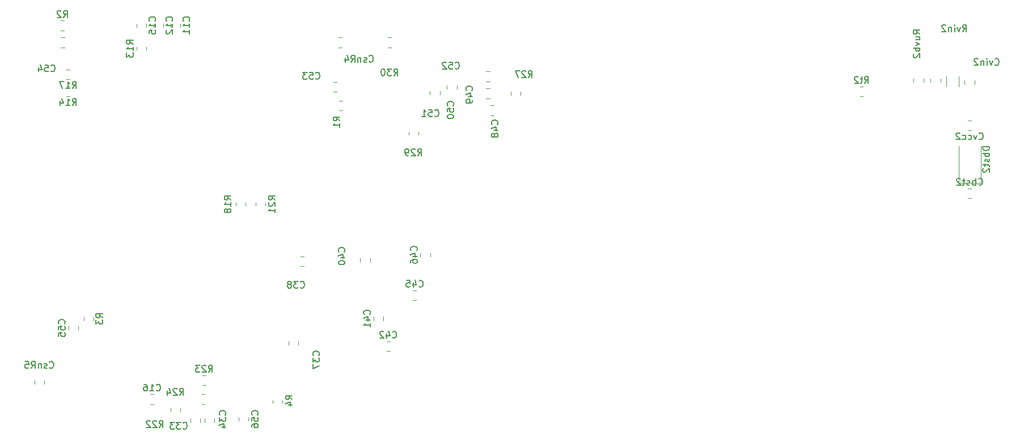
<source format=gbr>
%TF.GenerationSoftware,KiCad,Pcbnew,7.0.10*%
%TF.CreationDate,2024-03-06T13:01:35-05:00*%
%TF.ProjectId,PCB_Main_Final,5043425f-4d61-4696-9e5f-46696e616c2e,rev?*%
%TF.SameCoordinates,Original*%
%TF.FileFunction,Legend,Bot*%
%TF.FilePolarity,Positive*%
%FSLAX46Y46*%
G04 Gerber Fmt 4.6, Leading zero omitted, Abs format (unit mm)*
G04 Created by KiCad (PCBNEW 7.0.10) date 2024-03-06 13:01:35*
%MOMM*%
%LPD*%
G01*
G04 APERTURE LIST*
%ADD10C,0.150000*%
%ADD11C,0.120000*%
G04 APERTURE END LIST*
D10*
X81639580Y-109339142D02*
X81687200Y-109291523D01*
X81687200Y-109291523D02*
X81734819Y-109148666D01*
X81734819Y-109148666D02*
X81734819Y-109053428D01*
X81734819Y-109053428D02*
X81687200Y-108910571D01*
X81687200Y-108910571D02*
X81591961Y-108815333D01*
X81591961Y-108815333D02*
X81496723Y-108767714D01*
X81496723Y-108767714D02*
X81306247Y-108720095D01*
X81306247Y-108720095D02*
X81163390Y-108720095D01*
X81163390Y-108720095D02*
X80972914Y-108767714D01*
X80972914Y-108767714D02*
X80877676Y-108815333D01*
X80877676Y-108815333D02*
X80782438Y-108910571D01*
X80782438Y-108910571D02*
X80734819Y-109053428D01*
X80734819Y-109053428D02*
X80734819Y-109148666D01*
X80734819Y-109148666D02*
X80782438Y-109291523D01*
X80782438Y-109291523D02*
X80830057Y-109339142D01*
X80734819Y-110243904D02*
X80734819Y-109767714D01*
X80734819Y-109767714D02*
X81211009Y-109720095D01*
X81211009Y-109720095D02*
X81163390Y-109767714D01*
X81163390Y-109767714D02*
X81115771Y-109862952D01*
X81115771Y-109862952D02*
X81115771Y-110101047D01*
X81115771Y-110101047D02*
X81163390Y-110196285D01*
X81163390Y-110196285D02*
X81211009Y-110243904D01*
X81211009Y-110243904D02*
X81306247Y-110291523D01*
X81306247Y-110291523D02*
X81544342Y-110291523D01*
X81544342Y-110291523D02*
X81639580Y-110243904D01*
X81639580Y-110243904D02*
X81687200Y-110196285D01*
X81687200Y-110196285D02*
X81734819Y-110101047D01*
X81734819Y-110101047D02*
X81734819Y-109862952D01*
X81734819Y-109862952D02*
X81687200Y-109767714D01*
X81687200Y-109767714D02*
X81639580Y-109720095D01*
X80734819Y-111148666D02*
X80734819Y-110958190D01*
X80734819Y-110958190D02*
X80782438Y-110862952D01*
X80782438Y-110862952D02*
X80830057Y-110815333D01*
X80830057Y-110815333D02*
X80972914Y-110720095D01*
X80972914Y-110720095D02*
X81163390Y-110672476D01*
X81163390Y-110672476D02*
X81544342Y-110672476D01*
X81544342Y-110672476D02*
X81639580Y-110720095D01*
X81639580Y-110720095D02*
X81687200Y-110767714D01*
X81687200Y-110767714D02*
X81734819Y-110862952D01*
X81734819Y-110862952D02*
X81734819Y-111053428D01*
X81734819Y-111053428D02*
X81687200Y-111148666D01*
X81687200Y-111148666D02*
X81639580Y-111196285D01*
X81639580Y-111196285D02*
X81544342Y-111243904D01*
X81544342Y-111243904D02*
X81306247Y-111243904D01*
X81306247Y-111243904D02*
X81211009Y-111196285D01*
X81211009Y-111196285D02*
X81163390Y-111148666D01*
X81163390Y-111148666D02*
X81115771Y-111053428D01*
X81115771Y-111053428D02*
X81115771Y-110862952D01*
X81115771Y-110862952D02*
X81163390Y-110767714D01*
X81163390Y-110767714D02*
X81211009Y-110720095D01*
X81211009Y-110720095D02*
X81306247Y-110672476D01*
X70492857Y-111357580D02*
X70540476Y-111405200D01*
X70540476Y-111405200D02*
X70683333Y-111452819D01*
X70683333Y-111452819D02*
X70778571Y-111452819D01*
X70778571Y-111452819D02*
X70921428Y-111405200D01*
X70921428Y-111405200D02*
X71016666Y-111309961D01*
X71016666Y-111309961D02*
X71064285Y-111214723D01*
X71064285Y-111214723D02*
X71111904Y-111024247D01*
X71111904Y-111024247D02*
X71111904Y-110881390D01*
X71111904Y-110881390D02*
X71064285Y-110690914D01*
X71064285Y-110690914D02*
X71016666Y-110595676D01*
X71016666Y-110595676D02*
X70921428Y-110500438D01*
X70921428Y-110500438D02*
X70778571Y-110452819D01*
X70778571Y-110452819D02*
X70683333Y-110452819D01*
X70683333Y-110452819D02*
X70540476Y-110500438D01*
X70540476Y-110500438D02*
X70492857Y-110548057D01*
X70159523Y-110452819D02*
X69540476Y-110452819D01*
X69540476Y-110452819D02*
X69873809Y-110833771D01*
X69873809Y-110833771D02*
X69730952Y-110833771D01*
X69730952Y-110833771D02*
X69635714Y-110881390D01*
X69635714Y-110881390D02*
X69588095Y-110929009D01*
X69588095Y-110929009D02*
X69540476Y-111024247D01*
X69540476Y-111024247D02*
X69540476Y-111262342D01*
X69540476Y-111262342D02*
X69588095Y-111357580D01*
X69588095Y-111357580D02*
X69635714Y-111405200D01*
X69635714Y-111405200D02*
X69730952Y-111452819D01*
X69730952Y-111452819D02*
X70016666Y-111452819D01*
X70016666Y-111452819D02*
X70111904Y-111405200D01*
X70111904Y-111405200D02*
X70159523Y-111357580D01*
X69207142Y-110452819D02*
X68588095Y-110452819D01*
X68588095Y-110452819D02*
X68921428Y-110833771D01*
X68921428Y-110833771D02*
X68778571Y-110833771D01*
X68778571Y-110833771D02*
X68683333Y-110881390D01*
X68683333Y-110881390D02*
X68635714Y-110929009D01*
X68635714Y-110929009D02*
X68588095Y-111024247D01*
X68588095Y-111024247D02*
X68588095Y-111262342D01*
X68588095Y-111262342D02*
X68635714Y-111357580D01*
X68635714Y-111357580D02*
X68683333Y-111405200D01*
X68683333Y-111405200D02*
X68778571Y-111452819D01*
X68778571Y-111452819D02*
X69064285Y-111452819D01*
X69064285Y-111452819D02*
X69159523Y-111405200D01*
X69159523Y-111405200D02*
X69207142Y-111357580D01*
X69984857Y-106372819D02*
X70318190Y-105896628D01*
X70556285Y-106372819D02*
X70556285Y-105372819D01*
X70556285Y-105372819D02*
X70175333Y-105372819D01*
X70175333Y-105372819D02*
X70080095Y-105420438D01*
X70080095Y-105420438D02*
X70032476Y-105468057D01*
X70032476Y-105468057D02*
X69984857Y-105563295D01*
X69984857Y-105563295D02*
X69984857Y-105706152D01*
X69984857Y-105706152D02*
X70032476Y-105801390D01*
X70032476Y-105801390D02*
X70080095Y-105849009D01*
X70080095Y-105849009D02*
X70175333Y-105896628D01*
X70175333Y-105896628D02*
X70556285Y-105896628D01*
X69603904Y-105468057D02*
X69556285Y-105420438D01*
X69556285Y-105420438D02*
X69461047Y-105372819D01*
X69461047Y-105372819D02*
X69222952Y-105372819D01*
X69222952Y-105372819D02*
X69127714Y-105420438D01*
X69127714Y-105420438D02*
X69080095Y-105468057D01*
X69080095Y-105468057D02*
X69032476Y-105563295D01*
X69032476Y-105563295D02*
X69032476Y-105658533D01*
X69032476Y-105658533D02*
X69080095Y-105801390D01*
X69080095Y-105801390D02*
X69651523Y-106372819D01*
X69651523Y-106372819D02*
X69032476Y-106372819D01*
X68175333Y-105706152D02*
X68175333Y-106372819D01*
X68413428Y-105325200D02*
X68651523Y-106039485D01*
X68651523Y-106039485D02*
X68032476Y-106039485D01*
X71389580Y-50462142D02*
X71437200Y-50414523D01*
X71437200Y-50414523D02*
X71484819Y-50271666D01*
X71484819Y-50271666D02*
X71484819Y-50176428D01*
X71484819Y-50176428D02*
X71437200Y-50033571D01*
X71437200Y-50033571D02*
X71341961Y-49938333D01*
X71341961Y-49938333D02*
X71246723Y-49890714D01*
X71246723Y-49890714D02*
X71056247Y-49843095D01*
X71056247Y-49843095D02*
X70913390Y-49843095D01*
X70913390Y-49843095D02*
X70722914Y-49890714D01*
X70722914Y-49890714D02*
X70627676Y-49938333D01*
X70627676Y-49938333D02*
X70532438Y-50033571D01*
X70532438Y-50033571D02*
X70484819Y-50176428D01*
X70484819Y-50176428D02*
X70484819Y-50271666D01*
X70484819Y-50271666D02*
X70532438Y-50414523D01*
X70532438Y-50414523D02*
X70580057Y-50462142D01*
X71484819Y-51414523D02*
X71484819Y-50843095D01*
X71484819Y-51128809D02*
X70484819Y-51128809D01*
X70484819Y-51128809D02*
X70627676Y-51033571D01*
X70627676Y-51033571D02*
X70722914Y-50938333D01*
X70722914Y-50938333D02*
X70770533Y-50843095D01*
X71484819Y-52366904D02*
X71484819Y-51795476D01*
X71484819Y-52081190D02*
X70484819Y-52081190D01*
X70484819Y-52081190D02*
X70627676Y-51985952D01*
X70627676Y-51985952D02*
X70722914Y-51890714D01*
X70722914Y-51890714D02*
X70770533Y-51795476D01*
X113643580Y-60825142D02*
X113691200Y-60777523D01*
X113691200Y-60777523D02*
X113738819Y-60634666D01*
X113738819Y-60634666D02*
X113738819Y-60539428D01*
X113738819Y-60539428D02*
X113691200Y-60396571D01*
X113691200Y-60396571D02*
X113595961Y-60301333D01*
X113595961Y-60301333D02*
X113500723Y-60253714D01*
X113500723Y-60253714D02*
X113310247Y-60206095D01*
X113310247Y-60206095D02*
X113167390Y-60206095D01*
X113167390Y-60206095D02*
X112976914Y-60253714D01*
X112976914Y-60253714D02*
X112881676Y-60301333D01*
X112881676Y-60301333D02*
X112786438Y-60396571D01*
X112786438Y-60396571D02*
X112738819Y-60539428D01*
X112738819Y-60539428D02*
X112738819Y-60634666D01*
X112738819Y-60634666D02*
X112786438Y-60777523D01*
X112786438Y-60777523D02*
X112834057Y-60825142D01*
X113072152Y-61682285D02*
X113738819Y-61682285D01*
X112691200Y-61444190D02*
X113405485Y-61206095D01*
X113405485Y-61206095D02*
X113405485Y-61825142D01*
X113738819Y-62253714D02*
X113738819Y-62444190D01*
X113738819Y-62444190D02*
X113691200Y-62539428D01*
X113691200Y-62539428D02*
X113643580Y-62587047D01*
X113643580Y-62587047D02*
X113500723Y-62682285D01*
X113500723Y-62682285D02*
X113310247Y-62729904D01*
X113310247Y-62729904D02*
X112929295Y-62729904D01*
X112929295Y-62729904D02*
X112834057Y-62682285D01*
X112834057Y-62682285D02*
X112786438Y-62634666D01*
X112786438Y-62634666D02*
X112738819Y-62539428D01*
X112738819Y-62539428D02*
X112738819Y-62348952D01*
X112738819Y-62348952D02*
X112786438Y-62253714D01*
X112786438Y-62253714D02*
X112834057Y-62206095D01*
X112834057Y-62206095D02*
X112929295Y-62158476D01*
X112929295Y-62158476D02*
X113167390Y-62158476D01*
X113167390Y-62158476D02*
X113262628Y-62206095D01*
X113262628Y-62206095D02*
X113310247Y-62253714D01*
X113310247Y-62253714D02*
X113357866Y-62348952D01*
X113357866Y-62348952D02*
X113357866Y-62539428D01*
X113357866Y-62539428D02*
X113310247Y-62634666D01*
X113310247Y-62634666D02*
X113262628Y-62682285D01*
X113262628Y-62682285D02*
X113167390Y-62729904D01*
X74302857Y-102944819D02*
X74636190Y-102468628D01*
X74874285Y-102944819D02*
X74874285Y-101944819D01*
X74874285Y-101944819D02*
X74493333Y-101944819D01*
X74493333Y-101944819D02*
X74398095Y-101992438D01*
X74398095Y-101992438D02*
X74350476Y-102040057D01*
X74350476Y-102040057D02*
X74302857Y-102135295D01*
X74302857Y-102135295D02*
X74302857Y-102278152D01*
X74302857Y-102278152D02*
X74350476Y-102373390D01*
X74350476Y-102373390D02*
X74398095Y-102421009D01*
X74398095Y-102421009D02*
X74493333Y-102468628D01*
X74493333Y-102468628D02*
X74874285Y-102468628D01*
X73921904Y-102040057D02*
X73874285Y-101992438D01*
X73874285Y-101992438D02*
X73779047Y-101944819D01*
X73779047Y-101944819D02*
X73540952Y-101944819D01*
X73540952Y-101944819D02*
X73445714Y-101992438D01*
X73445714Y-101992438D02*
X73398095Y-102040057D01*
X73398095Y-102040057D02*
X73350476Y-102135295D01*
X73350476Y-102135295D02*
X73350476Y-102230533D01*
X73350476Y-102230533D02*
X73398095Y-102373390D01*
X73398095Y-102373390D02*
X73969523Y-102944819D01*
X73969523Y-102944819D02*
X73350476Y-102944819D01*
X73017142Y-101944819D02*
X72398095Y-101944819D01*
X72398095Y-101944819D02*
X72731428Y-102325771D01*
X72731428Y-102325771D02*
X72588571Y-102325771D01*
X72588571Y-102325771D02*
X72493333Y-102373390D01*
X72493333Y-102373390D02*
X72445714Y-102421009D01*
X72445714Y-102421009D02*
X72398095Y-102516247D01*
X72398095Y-102516247D02*
X72398095Y-102754342D01*
X72398095Y-102754342D02*
X72445714Y-102849580D01*
X72445714Y-102849580D02*
X72493333Y-102897200D01*
X72493333Y-102897200D02*
X72588571Y-102944819D01*
X72588571Y-102944819D02*
X72874285Y-102944819D01*
X72874285Y-102944819D02*
X72969523Y-102897200D01*
X72969523Y-102897200D02*
X73017142Y-102849580D01*
X66936857Y-111198819D02*
X67270190Y-110722628D01*
X67508285Y-111198819D02*
X67508285Y-110198819D01*
X67508285Y-110198819D02*
X67127333Y-110198819D01*
X67127333Y-110198819D02*
X67032095Y-110246438D01*
X67032095Y-110246438D02*
X66984476Y-110294057D01*
X66984476Y-110294057D02*
X66936857Y-110389295D01*
X66936857Y-110389295D02*
X66936857Y-110532152D01*
X66936857Y-110532152D02*
X66984476Y-110627390D01*
X66984476Y-110627390D02*
X67032095Y-110675009D01*
X67032095Y-110675009D02*
X67127333Y-110722628D01*
X67127333Y-110722628D02*
X67508285Y-110722628D01*
X66555904Y-110294057D02*
X66508285Y-110246438D01*
X66508285Y-110246438D02*
X66413047Y-110198819D01*
X66413047Y-110198819D02*
X66174952Y-110198819D01*
X66174952Y-110198819D02*
X66079714Y-110246438D01*
X66079714Y-110246438D02*
X66032095Y-110294057D01*
X66032095Y-110294057D02*
X65984476Y-110389295D01*
X65984476Y-110389295D02*
X65984476Y-110484533D01*
X65984476Y-110484533D02*
X66032095Y-110627390D01*
X66032095Y-110627390D02*
X66603523Y-111198819D01*
X66603523Y-111198819D02*
X65984476Y-111198819D01*
X65603523Y-110294057D02*
X65555904Y-110246438D01*
X65555904Y-110246438D02*
X65460666Y-110198819D01*
X65460666Y-110198819D02*
X65222571Y-110198819D01*
X65222571Y-110198819D02*
X65127333Y-110246438D01*
X65127333Y-110246438D02*
X65079714Y-110294057D01*
X65079714Y-110294057D02*
X65032095Y-110389295D01*
X65032095Y-110389295D02*
X65032095Y-110484533D01*
X65032095Y-110484533D02*
X65079714Y-110627390D01*
X65079714Y-110627390D02*
X65651142Y-111198819D01*
X65651142Y-111198819D02*
X65032095Y-111198819D01*
X172259881Y-59764819D02*
X172593214Y-59288628D01*
X172831309Y-59764819D02*
X172831309Y-58764819D01*
X172831309Y-58764819D02*
X172450357Y-58764819D01*
X172450357Y-58764819D02*
X172355119Y-58812438D01*
X172355119Y-58812438D02*
X172307500Y-58860057D01*
X172307500Y-58860057D02*
X172259881Y-58955295D01*
X172259881Y-58955295D02*
X172259881Y-59098152D01*
X172259881Y-59098152D02*
X172307500Y-59193390D01*
X172307500Y-59193390D02*
X172355119Y-59241009D01*
X172355119Y-59241009D02*
X172450357Y-59288628D01*
X172450357Y-59288628D02*
X172831309Y-59288628D01*
X171974166Y-59098152D02*
X171593214Y-59098152D01*
X171831309Y-58764819D02*
X171831309Y-59621961D01*
X171831309Y-59621961D02*
X171783690Y-59717200D01*
X171783690Y-59717200D02*
X171688452Y-59764819D01*
X171688452Y-59764819D02*
X171593214Y-59764819D01*
X171307499Y-58860057D02*
X171259880Y-58812438D01*
X171259880Y-58812438D02*
X171164642Y-58764819D01*
X171164642Y-58764819D02*
X170926547Y-58764819D01*
X170926547Y-58764819D02*
X170831309Y-58812438D01*
X170831309Y-58812438D02*
X170783690Y-58860057D01*
X170783690Y-58860057D02*
X170736071Y-58955295D01*
X170736071Y-58955295D02*
X170736071Y-59050533D01*
X170736071Y-59050533D02*
X170783690Y-59193390D01*
X170783690Y-59193390D02*
X171355118Y-59764819D01*
X171355118Y-59764819D02*
X170736071Y-59764819D01*
X66502857Y-105664580D02*
X66550476Y-105712200D01*
X66550476Y-105712200D02*
X66693333Y-105759819D01*
X66693333Y-105759819D02*
X66788571Y-105759819D01*
X66788571Y-105759819D02*
X66931428Y-105712200D01*
X66931428Y-105712200D02*
X67026666Y-105616961D01*
X67026666Y-105616961D02*
X67074285Y-105521723D01*
X67074285Y-105521723D02*
X67121904Y-105331247D01*
X67121904Y-105331247D02*
X67121904Y-105188390D01*
X67121904Y-105188390D02*
X67074285Y-104997914D01*
X67074285Y-104997914D02*
X67026666Y-104902676D01*
X67026666Y-104902676D02*
X66931428Y-104807438D01*
X66931428Y-104807438D02*
X66788571Y-104759819D01*
X66788571Y-104759819D02*
X66693333Y-104759819D01*
X66693333Y-104759819D02*
X66550476Y-104807438D01*
X66550476Y-104807438D02*
X66502857Y-104855057D01*
X65550476Y-105759819D02*
X66121904Y-105759819D01*
X65836190Y-105759819D02*
X65836190Y-104759819D01*
X65836190Y-104759819D02*
X65931428Y-104902676D01*
X65931428Y-104902676D02*
X66026666Y-104997914D01*
X66026666Y-104997914D02*
X66121904Y-105045533D01*
X64693333Y-104759819D02*
X64883809Y-104759819D01*
X64883809Y-104759819D02*
X64979047Y-104807438D01*
X64979047Y-104807438D02*
X65026666Y-104855057D01*
X65026666Y-104855057D02*
X65121904Y-104997914D01*
X65121904Y-104997914D02*
X65169523Y-105188390D01*
X65169523Y-105188390D02*
X65169523Y-105569342D01*
X65169523Y-105569342D02*
X65121904Y-105664580D01*
X65121904Y-105664580D02*
X65074285Y-105712200D01*
X65074285Y-105712200D02*
X64979047Y-105759819D01*
X64979047Y-105759819D02*
X64788571Y-105759819D01*
X64788571Y-105759819D02*
X64693333Y-105712200D01*
X64693333Y-105712200D02*
X64645714Y-105664580D01*
X64645714Y-105664580D02*
X64598095Y-105569342D01*
X64598095Y-105569342D02*
X64598095Y-105331247D01*
X64598095Y-105331247D02*
X64645714Y-105236009D01*
X64645714Y-105236009D02*
X64693333Y-105188390D01*
X64693333Y-105188390D02*
X64788571Y-105140771D01*
X64788571Y-105140771D02*
X64979047Y-105140771D01*
X64979047Y-105140771D02*
X65074285Y-105188390D01*
X65074285Y-105188390D02*
X65121904Y-105236009D01*
X65121904Y-105236009D02*
X65169523Y-105331247D01*
X86814819Y-107021333D02*
X86338628Y-106688000D01*
X86814819Y-106449905D02*
X85814819Y-106449905D01*
X85814819Y-106449905D02*
X85814819Y-106830857D01*
X85814819Y-106830857D02*
X85862438Y-106926095D01*
X85862438Y-106926095D02*
X85910057Y-106973714D01*
X85910057Y-106973714D02*
X86005295Y-107021333D01*
X86005295Y-107021333D02*
X86148152Y-107021333D01*
X86148152Y-107021333D02*
X86243390Y-106973714D01*
X86243390Y-106973714D02*
X86291009Y-106926095D01*
X86291009Y-106926095D02*
X86338628Y-106830857D01*
X86338628Y-106830857D02*
X86338628Y-106449905D01*
X86148152Y-107878476D02*
X86814819Y-107878476D01*
X85767200Y-107640381D02*
X86481485Y-107402286D01*
X86481485Y-107402286D02*
X86481485Y-108021333D01*
X66309580Y-50462142D02*
X66357200Y-50414523D01*
X66357200Y-50414523D02*
X66404819Y-50271666D01*
X66404819Y-50271666D02*
X66404819Y-50176428D01*
X66404819Y-50176428D02*
X66357200Y-50033571D01*
X66357200Y-50033571D02*
X66261961Y-49938333D01*
X66261961Y-49938333D02*
X66166723Y-49890714D01*
X66166723Y-49890714D02*
X65976247Y-49843095D01*
X65976247Y-49843095D02*
X65833390Y-49843095D01*
X65833390Y-49843095D02*
X65642914Y-49890714D01*
X65642914Y-49890714D02*
X65547676Y-49938333D01*
X65547676Y-49938333D02*
X65452438Y-50033571D01*
X65452438Y-50033571D02*
X65404819Y-50176428D01*
X65404819Y-50176428D02*
X65404819Y-50271666D01*
X65404819Y-50271666D02*
X65452438Y-50414523D01*
X65452438Y-50414523D02*
X65500057Y-50462142D01*
X66404819Y-51414523D02*
X66404819Y-50843095D01*
X66404819Y-51128809D02*
X65404819Y-51128809D01*
X65404819Y-51128809D02*
X65547676Y-51033571D01*
X65547676Y-51033571D02*
X65642914Y-50938333D01*
X65642914Y-50938333D02*
X65690533Y-50843095D01*
X65404819Y-52319285D02*
X65404819Y-51843095D01*
X65404819Y-51843095D02*
X65881009Y-51795476D01*
X65881009Y-51795476D02*
X65833390Y-51843095D01*
X65833390Y-51843095D02*
X65785771Y-51938333D01*
X65785771Y-51938333D02*
X65785771Y-52176428D01*
X65785771Y-52176428D02*
X65833390Y-52271666D01*
X65833390Y-52271666D02*
X65881009Y-52319285D01*
X65881009Y-52319285D02*
X65976247Y-52366904D01*
X65976247Y-52366904D02*
X66214342Y-52366904D01*
X66214342Y-52366904D02*
X66309580Y-52319285D01*
X66309580Y-52319285D02*
X66357200Y-52271666D01*
X66357200Y-52271666D02*
X66404819Y-52176428D01*
X66404819Y-52176428D02*
X66404819Y-51938333D01*
X66404819Y-51938333D02*
X66357200Y-51843095D01*
X66357200Y-51843095D02*
X66309580Y-51795476D01*
X63074819Y-53914642D02*
X62598628Y-53581309D01*
X63074819Y-53343214D02*
X62074819Y-53343214D01*
X62074819Y-53343214D02*
X62074819Y-53724166D01*
X62074819Y-53724166D02*
X62122438Y-53819404D01*
X62122438Y-53819404D02*
X62170057Y-53867023D01*
X62170057Y-53867023D02*
X62265295Y-53914642D01*
X62265295Y-53914642D02*
X62408152Y-53914642D01*
X62408152Y-53914642D02*
X62503390Y-53867023D01*
X62503390Y-53867023D02*
X62551009Y-53819404D01*
X62551009Y-53819404D02*
X62598628Y-53724166D01*
X62598628Y-53724166D02*
X62598628Y-53343214D01*
X63074819Y-54867023D02*
X63074819Y-54295595D01*
X63074819Y-54581309D02*
X62074819Y-54581309D01*
X62074819Y-54581309D02*
X62217676Y-54486071D01*
X62217676Y-54486071D02*
X62312914Y-54390833D01*
X62312914Y-54390833D02*
X62360533Y-54295595D01*
X62074819Y-55200357D02*
X62074819Y-55819404D01*
X62074819Y-55819404D02*
X62455771Y-55486071D01*
X62455771Y-55486071D02*
X62455771Y-55628928D01*
X62455771Y-55628928D02*
X62503390Y-55724166D01*
X62503390Y-55724166D02*
X62551009Y-55771785D01*
X62551009Y-55771785D02*
X62646247Y-55819404D01*
X62646247Y-55819404D02*
X62884342Y-55819404D01*
X62884342Y-55819404D02*
X62979580Y-55771785D01*
X62979580Y-55771785D02*
X63027200Y-55724166D01*
X63027200Y-55724166D02*
X63074819Y-55628928D01*
X63074819Y-55628928D02*
X63074819Y-55343214D01*
X63074819Y-55343214D02*
X63027200Y-55247976D01*
X63027200Y-55247976D02*
X62979580Y-55200357D01*
X117453580Y-65905142D02*
X117501200Y-65857523D01*
X117501200Y-65857523D02*
X117548819Y-65714666D01*
X117548819Y-65714666D02*
X117548819Y-65619428D01*
X117548819Y-65619428D02*
X117501200Y-65476571D01*
X117501200Y-65476571D02*
X117405961Y-65381333D01*
X117405961Y-65381333D02*
X117310723Y-65333714D01*
X117310723Y-65333714D02*
X117120247Y-65286095D01*
X117120247Y-65286095D02*
X116977390Y-65286095D01*
X116977390Y-65286095D02*
X116786914Y-65333714D01*
X116786914Y-65333714D02*
X116691676Y-65381333D01*
X116691676Y-65381333D02*
X116596438Y-65476571D01*
X116596438Y-65476571D02*
X116548819Y-65619428D01*
X116548819Y-65619428D02*
X116548819Y-65714666D01*
X116548819Y-65714666D02*
X116596438Y-65857523D01*
X116596438Y-65857523D02*
X116644057Y-65905142D01*
X116882152Y-66762285D02*
X117548819Y-66762285D01*
X116501200Y-66524190D02*
X117215485Y-66286095D01*
X117215485Y-66286095D02*
X117215485Y-66905142D01*
X116977390Y-67428952D02*
X116929771Y-67333714D01*
X116929771Y-67333714D02*
X116882152Y-67286095D01*
X116882152Y-67286095D02*
X116786914Y-67238476D01*
X116786914Y-67238476D02*
X116739295Y-67238476D01*
X116739295Y-67238476D02*
X116644057Y-67286095D01*
X116644057Y-67286095D02*
X116596438Y-67333714D01*
X116596438Y-67333714D02*
X116548819Y-67428952D01*
X116548819Y-67428952D02*
X116548819Y-67619428D01*
X116548819Y-67619428D02*
X116596438Y-67714666D01*
X116596438Y-67714666D02*
X116644057Y-67762285D01*
X116644057Y-67762285D02*
X116739295Y-67809904D01*
X116739295Y-67809904D02*
X116786914Y-67809904D01*
X116786914Y-67809904D02*
X116882152Y-67762285D01*
X116882152Y-67762285D02*
X116929771Y-67714666D01*
X116929771Y-67714666D02*
X116977390Y-67619428D01*
X116977390Y-67619428D02*
X116977390Y-67428952D01*
X116977390Y-67428952D02*
X117025009Y-67333714D01*
X117025009Y-67333714D02*
X117072628Y-67286095D01*
X117072628Y-67286095D02*
X117167866Y-67238476D01*
X117167866Y-67238476D02*
X117358342Y-67238476D01*
X117358342Y-67238476D02*
X117453580Y-67286095D01*
X117453580Y-67286095D02*
X117501200Y-67333714D01*
X117501200Y-67333714D02*
X117548819Y-67428952D01*
X117548819Y-67428952D02*
X117548819Y-67619428D01*
X117548819Y-67619428D02*
X117501200Y-67714666D01*
X117501200Y-67714666D02*
X117453580Y-67762285D01*
X117453580Y-67762285D02*
X117358342Y-67809904D01*
X117358342Y-67809904D02*
X117167866Y-67809904D01*
X117167866Y-67809904D02*
X117072628Y-67762285D01*
X117072628Y-67762285D02*
X117025009Y-67714666D01*
X117025009Y-67714666D02*
X116977390Y-67619428D01*
X94593580Y-84955142D02*
X94641200Y-84907523D01*
X94641200Y-84907523D02*
X94688819Y-84764666D01*
X94688819Y-84764666D02*
X94688819Y-84669428D01*
X94688819Y-84669428D02*
X94641200Y-84526571D01*
X94641200Y-84526571D02*
X94545961Y-84431333D01*
X94545961Y-84431333D02*
X94450723Y-84383714D01*
X94450723Y-84383714D02*
X94260247Y-84336095D01*
X94260247Y-84336095D02*
X94117390Y-84336095D01*
X94117390Y-84336095D02*
X93926914Y-84383714D01*
X93926914Y-84383714D02*
X93831676Y-84431333D01*
X93831676Y-84431333D02*
X93736438Y-84526571D01*
X93736438Y-84526571D02*
X93688819Y-84669428D01*
X93688819Y-84669428D02*
X93688819Y-84764666D01*
X93688819Y-84764666D02*
X93736438Y-84907523D01*
X93736438Y-84907523D02*
X93784057Y-84955142D01*
X94022152Y-85812285D02*
X94688819Y-85812285D01*
X93641200Y-85574190D02*
X94355485Y-85336095D01*
X94355485Y-85336095D02*
X94355485Y-85955142D01*
X93688819Y-86526571D02*
X93688819Y-86621809D01*
X93688819Y-86621809D02*
X93736438Y-86717047D01*
X93736438Y-86717047D02*
X93784057Y-86764666D01*
X93784057Y-86764666D02*
X93879295Y-86812285D01*
X93879295Y-86812285D02*
X94069771Y-86859904D01*
X94069771Y-86859904D02*
X94307866Y-86859904D01*
X94307866Y-86859904D02*
X94498342Y-86812285D01*
X94498342Y-86812285D02*
X94593580Y-86764666D01*
X94593580Y-86764666D02*
X94641200Y-86717047D01*
X94641200Y-86717047D02*
X94688819Y-86621809D01*
X94688819Y-86621809D02*
X94688819Y-86526571D01*
X94688819Y-86526571D02*
X94641200Y-86431333D01*
X94641200Y-86431333D02*
X94593580Y-86383714D01*
X94593580Y-86383714D02*
X94498342Y-86336095D01*
X94498342Y-86336095D02*
X94307866Y-86288476D01*
X94307866Y-86288476D02*
X94069771Y-86288476D01*
X94069771Y-86288476D02*
X93879295Y-86336095D01*
X93879295Y-86336095D02*
X93784057Y-86383714D01*
X93784057Y-86383714D02*
X93736438Y-86431333D01*
X93736438Y-86431333D02*
X93688819Y-86526571D01*
X101775457Y-97739580D02*
X101823076Y-97787200D01*
X101823076Y-97787200D02*
X101965933Y-97834819D01*
X101965933Y-97834819D02*
X102061171Y-97834819D01*
X102061171Y-97834819D02*
X102204028Y-97787200D01*
X102204028Y-97787200D02*
X102299266Y-97691961D01*
X102299266Y-97691961D02*
X102346885Y-97596723D01*
X102346885Y-97596723D02*
X102394504Y-97406247D01*
X102394504Y-97406247D02*
X102394504Y-97263390D01*
X102394504Y-97263390D02*
X102346885Y-97072914D01*
X102346885Y-97072914D02*
X102299266Y-96977676D01*
X102299266Y-96977676D02*
X102204028Y-96882438D01*
X102204028Y-96882438D02*
X102061171Y-96834819D01*
X102061171Y-96834819D02*
X101965933Y-96834819D01*
X101965933Y-96834819D02*
X101823076Y-96882438D01*
X101823076Y-96882438D02*
X101775457Y-96930057D01*
X100918314Y-97168152D02*
X100918314Y-97834819D01*
X101156409Y-96787200D02*
X101394504Y-97501485D01*
X101394504Y-97501485D02*
X100775457Y-97501485D01*
X100442123Y-96930057D02*
X100394504Y-96882438D01*
X100394504Y-96882438D02*
X100299266Y-96834819D01*
X100299266Y-96834819D02*
X100061171Y-96834819D01*
X100061171Y-96834819D02*
X99965933Y-96882438D01*
X99965933Y-96882438D02*
X99918314Y-96930057D01*
X99918314Y-96930057D02*
X99870695Y-97025295D01*
X99870695Y-97025295D02*
X99870695Y-97120533D01*
X99870695Y-97120533D02*
X99918314Y-97263390D01*
X99918314Y-97263390D02*
X100489742Y-97834819D01*
X100489742Y-97834819D02*
X99870695Y-97834819D01*
X98379580Y-94287142D02*
X98427200Y-94239523D01*
X98427200Y-94239523D02*
X98474819Y-94096666D01*
X98474819Y-94096666D02*
X98474819Y-94001428D01*
X98474819Y-94001428D02*
X98427200Y-93858571D01*
X98427200Y-93858571D02*
X98331961Y-93763333D01*
X98331961Y-93763333D02*
X98236723Y-93715714D01*
X98236723Y-93715714D02*
X98046247Y-93668095D01*
X98046247Y-93668095D02*
X97903390Y-93668095D01*
X97903390Y-93668095D02*
X97712914Y-93715714D01*
X97712914Y-93715714D02*
X97617676Y-93763333D01*
X97617676Y-93763333D02*
X97522438Y-93858571D01*
X97522438Y-93858571D02*
X97474819Y-94001428D01*
X97474819Y-94001428D02*
X97474819Y-94096666D01*
X97474819Y-94096666D02*
X97522438Y-94239523D01*
X97522438Y-94239523D02*
X97570057Y-94287142D01*
X97808152Y-95144285D02*
X98474819Y-95144285D01*
X97427200Y-94906190D02*
X98141485Y-94668095D01*
X98141485Y-94668095D02*
X98141485Y-95287142D01*
X98474819Y-96191904D02*
X98474819Y-95620476D01*
X98474819Y-95906190D02*
X97474819Y-95906190D01*
X97474819Y-95906190D02*
X97617676Y-95810952D01*
X97617676Y-95810952D02*
X97712914Y-95715714D01*
X97712914Y-95715714D02*
X97760533Y-95620476D01*
X191738095Y-56957080D02*
X191785714Y-57004700D01*
X191785714Y-57004700D02*
X191928571Y-57052319D01*
X191928571Y-57052319D02*
X192023809Y-57052319D01*
X192023809Y-57052319D02*
X192166666Y-57004700D01*
X192166666Y-57004700D02*
X192261904Y-56909461D01*
X192261904Y-56909461D02*
X192309523Y-56814223D01*
X192309523Y-56814223D02*
X192357142Y-56623747D01*
X192357142Y-56623747D02*
X192357142Y-56480890D01*
X192357142Y-56480890D02*
X192309523Y-56290414D01*
X192309523Y-56290414D02*
X192261904Y-56195176D01*
X192261904Y-56195176D02*
X192166666Y-56099938D01*
X192166666Y-56099938D02*
X192023809Y-56052319D01*
X192023809Y-56052319D02*
X191928571Y-56052319D01*
X191928571Y-56052319D02*
X191785714Y-56099938D01*
X191785714Y-56099938D02*
X191738095Y-56147557D01*
X191404761Y-56385652D02*
X191166666Y-57052319D01*
X191166666Y-57052319D02*
X190928571Y-56385652D01*
X190547618Y-57052319D02*
X190547618Y-56385652D01*
X190547618Y-56052319D02*
X190595237Y-56099938D01*
X190595237Y-56099938D02*
X190547618Y-56147557D01*
X190547618Y-56147557D02*
X190499999Y-56099938D01*
X190499999Y-56099938D02*
X190547618Y-56052319D01*
X190547618Y-56052319D02*
X190547618Y-56147557D01*
X190071428Y-56385652D02*
X190071428Y-57052319D01*
X190071428Y-56480890D02*
X190023809Y-56433271D01*
X190023809Y-56433271D02*
X189928571Y-56385652D01*
X189928571Y-56385652D02*
X189785714Y-56385652D01*
X189785714Y-56385652D02*
X189690476Y-56433271D01*
X189690476Y-56433271D02*
X189642857Y-56528509D01*
X189642857Y-56528509D02*
X189642857Y-57052319D01*
X189214285Y-56147557D02*
X189166666Y-56099938D01*
X189166666Y-56099938D02*
X189071428Y-56052319D01*
X189071428Y-56052319D02*
X188833333Y-56052319D01*
X188833333Y-56052319D02*
X188738095Y-56099938D01*
X188738095Y-56099938D02*
X188690476Y-56147557D01*
X188690476Y-56147557D02*
X188642857Y-56242795D01*
X188642857Y-56242795D02*
X188642857Y-56338033D01*
X188642857Y-56338033D02*
X188690476Y-56480890D01*
X188690476Y-56480890D02*
X189261904Y-57052319D01*
X189261904Y-57052319D02*
X188642857Y-57052319D01*
X190914819Y-69239047D02*
X189914819Y-69239047D01*
X189914819Y-69239047D02*
X189914819Y-69477142D01*
X189914819Y-69477142D02*
X189962438Y-69619999D01*
X189962438Y-69619999D02*
X190057676Y-69715237D01*
X190057676Y-69715237D02*
X190152914Y-69762856D01*
X190152914Y-69762856D02*
X190343390Y-69810475D01*
X190343390Y-69810475D02*
X190486247Y-69810475D01*
X190486247Y-69810475D02*
X190676723Y-69762856D01*
X190676723Y-69762856D02*
X190771961Y-69715237D01*
X190771961Y-69715237D02*
X190867200Y-69619999D01*
X190867200Y-69619999D02*
X190914819Y-69477142D01*
X190914819Y-69477142D02*
X190914819Y-69239047D01*
X190914819Y-70239047D02*
X189914819Y-70239047D01*
X190295771Y-70239047D02*
X190248152Y-70334285D01*
X190248152Y-70334285D02*
X190248152Y-70524761D01*
X190248152Y-70524761D02*
X190295771Y-70619999D01*
X190295771Y-70619999D02*
X190343390Y-70667618D01*
X190343390Y-70667618D02*
X190438628Y-70715237D01*
X190438628Y-70715237D02*
X190724342Y-70715237D01*
X190724342Y-70715237D02*
X190819580Y-70667618D01*
X190819580Y-70667618D02*
X190867200Y-70619999D01*
X190867200Y-70619999D02*
X190914819Y-70524761D01*
X190914819Y-70524761D02*
X190914819Y-70334285D01*
X190914819Y-70334285D02*
X190867200Y-70239047D01*
X190867200Y-71096190D02*
X190914819Y-71191428D01*
X190914819Y-71191428D02*
X190914819Y-71381904D01*
X190914819Y-71381904D02*
X190867200Y-71477142D01*
X190867200Y-71477142D02*
X190771961Y-71524761D01*
X190771961Y-71524761D02*
X190724342Y-71524761D01*
X190724342Y-71524761D02*
X190629104Y-71477142D01*
X190629104Y-71477142D02*
X190581485Y-71381904D01*
X190581485Y-71381904D02*
X190581485Y-71239047D01*
X190581485Y-71239047D02*
X190533866Y-71143809D01*
X190533866Y-71143809D02*
X190438628Y-71096190D01*
X190438628Y-71096190D02*
X190391009Y-71096190D01*
X190391009Y-71096190D02*
X190295771Y-71143809D01*
X190295771Y-71143809D02*
X190248152Y-71239047D01*
X190248152Y-71239047D02*
X190248152Y-71381904D01*
X190248152Y-71381904D02*
X190295771Y-71477142D01*
X190248152Y-71810476D02*
X190248152Y-72191428D01*
X189914819Y-71953333D02*
X190771961Y-71953333D01*
X190771961Y-71953333D02*
X190867200Y-72000952D01*
X190867200Y-72000952D02*
X190914819Y-72096190D01*
X190914819Y-72096190D02*
X190914819Y-72191428D01*
X190010057Y-72477143D02*
X189962438Y-72524762D01*
X189962438Y-72524762D02*
X189914819Y-72620000D01*
X189914819Y-72620000D02*
X189914819Y-72858095D01*
X189914819Y-72858095D02*
X189962438Y-72953333D01*
X189962438Y-72953333D02*
X190010057Y-73000952D01*
X190010057Y-73000952D02*
X190105295Y-73048571D01*
X190105295Y-73048571D02*
X190200533Y-73048571D01*
X190200533Y-73048571D02*
X190343390Y-73000952D01*
X190343390Y-73000952D02*
X190914819Y-72429524D01*
X190914819Y-72429524D02*
X190914819Y-73048571D01*
X53982857Y-63064819D02*
X54316190Y-62588628D01*
X54554285Y-63064819D02*
X54554285Y-62064819D01*
X54554285Y-62064819D02*
X54173333Y-62064819D01*
X54173333Y-62064819D02*
X54078095Y-62112438D01*
X54078095Y-62112438D02*
X54030476Y-62160057D01*
X54030476Y-62160057D02*
X53982857Y-62255295D01*
X53982857Y-62255295D02*
X53982857Y-62398152D01*
X53982857Y-62398152D02*
X54030476Y-62493390D01*
X54030476Y-62493390D02*
X54078095Y-62541009D01*
X54078095Y-62541009D02*
X54173333Y-62588628D01*
X54173333Y-62588628D02*
X54554285Y-62588628D01*
X53030476Y-63064819D02*
X53601904Y-63064819D01*
X53316190Y-63064819D02*
X53316190Y-62064819D01*
X53316190Y-62064819D02*
X53411428Y-62207676D01*
X53411428Y-62207676D02*
X53506666Y-62302914D01*
X53506666Y-62302914D02*
X53601904Y-62350533D01*
X52173333Y-62398152D02*
X52173333Y-63064819D01*
X52411428Y-62017200D02*
X52649523Y-62731485D01*
X52649523Y-62731485D02*
X52030476Y-62731485D01*
X122054857Y-58874819D02*
X122388190Y-58398628D01*
X122626285Y-58874819D02*
X122626285Y-57874819D01*
X122626285Y-57874819D02*
X122245333Y-57874819D01*
X122245333Y-57874819D02*
X122150095Y-57922438D01*
X122150095Y-57922438D02*
X122102476Y-57970057D01*
X122102476Y-57970057D02*
X122054857Y-58065295D01*
X122054857Y-58065295D02*
X122054857Y-58208152D01*
X122054857Y-58208152D02*
X122102476Y-58303390D01*
X122102476Y-58303390D02*
X122150095Y-58351009D01*
X122150095Y-58351009D02*
X122245333Y-58398628D01*
X122245333Y-58398628D02*
X122626285Y-58398628D01*
X121673904Y-57970057D02*
X121626285Y-57922438D01*
X121626285Y-57922438D02*
X121531047Y-57874819D01*
X121531047Y-57874819D02*
X121292952Y-57874819D01*
X121292952Y-57874819D02*
X121197714Y-57922438D01*
X121197714Y-57922438D02*
X121150095Y-57970057D01*
X121150095Y-57970057D02*
X121102476Y-58065295D01*
X121102476Y-58065295D02*
X121102476Y-58160533D01*
X121102476Y-58160533D02*
X121150095Y-58303390D01*
X121150095Y-58303390D02*
X121721523Y-58874819D01*
X121721523Y-58874819D02*
X121102476Y-58874819D01*
X120769142Y-57874819D02*
X120102476Y-57874819D01*
X120102476Y-57874819D02*
X120531047Y-58874819D01*
X108084857Y-64621580D02*
X108132476Y-64669200D01*
X108132476Y-64669200D02*
X108275333Y-64716819D01*
X108275333Y-64716819D02*
X108370571Y-64716819D01*
X108370571Y-64716819D02*
X108513428Y-64669200D01*
X108513428Y-64669200D02*
X108608666Y-64573961D01*
X108608666Y-64573961D02*
X108656285Y-64478723D01*
X108656285Y-64478723D02*
X108703904Y-64288247D01*
X108703904Y-64288247D02*
X108703904Y-64145390D01*
X108703904Y-64145390D02*
X108656285Y-63954914D01*
X108656285Y-63954914D02*
X108608666Y-63859676D01*
X108608666Y-63859676D02*
X108513428Y-63764438D01*
X108513428Y-63764438D02*
X108370571Y-63716819D01*
X108370571Y-63716819D02*
X108275333Y-63716819D01*
X108275333Y-63716819D02*
X108132476Y-63764438D01*
X108132476Y-63764438D02*
X108084857Y-63812057D01*
X107180095Y-63716819D02*
X107656285Y-63716819D01*
X107656285Y-63716819D02*
X107703904Y-64193009D01*
X107703904Y-64193009D02*
X107656285Y-64145390D01*
X107656285Y-64145390D02*
X107561047Y-64097771D01*
X107561047Y-64097771D02*
X107322952Y-64097771D01*
X107322952Y-64097771D02*
X107227714Y-64145390D01*
X107227714Y-64145390D02*
X107180095Y-64193009D01*
X107180095Y-64193009D02*
X107132476Y-64288247D01*
X107132476Y-64288247D02*
X107132476Y-64526342D01*
X107132476Y-64526342D02*
X107180095Y-64621580D01*
X107180095Y-64621580D02*
X107227714Y-64669200D01*
X107227714Y-64669200D02*
X107322952Y-64716819D01*
X107322952Y-64716819D02*
X107561047Y-64716819D01*
X107561047Y-64716819D02*
X107656285Y-64669200D01*
X107656285Y-64669200D02*
X107703904Y-64621580D01*
X106180095Y-64716819D02*
X106751523Y-64716819D01*
X106465809Y-64716819D02*
X106465809Y-63716819D01*
X106465809Y-63716819D02*
X106561047Y-63859676D01*
X106561047Y-63859676D02*
X106656285Y-63954914D01*
X106656285Y-63954914D02*
X106751523Y-64002533D01*
X50765357Y-57919580D02*
X50812976Y-57967200D01*
X50812976Y-57967200D02*
X50955833Y-58014819D01*
X50955833Y-58014819D02*
X51051071Y-58014819D01*
X51051071Y-58014819D02*
X51193928Y-57967200D01*
X51193928Y-57967200D02*
X51289166Y-57871961D01*
X51289166Y-57871961D02*
X51336785Y-57776723D01*
X51336785Y-57776723D02*
X51384404Y-57586247D01*
X51384404Y-57586247D02*
X51384404Y-57443390D01*
X51384404Y-57443390D02*
X51336785Y-57252914D01*
X51336785Y-57252914D02*
X51289166Y-57157676D01*
X51289166Y-57157676D02*
X51193928Y-57062438D01*
X51193928Y-57062438D02*
X51051071Y-57014819D01*
X51051071Y-57014819D02*
X50955833Y-57014819D01*
X50955833Y-57014819D02*
X50812976Y-57062438D01*
X50812976Y-57062438D02*
X50765357Y-57110057D01*
X49860595Y-57014819D02*
X50336785Y-57014819D01*
X50336785Y-57014819D02*
X50384404Y-57491009D01*
X50384404Y-57491009D02*
X50336785Y-57443390D01*
X50336785Y-57443390D02*
X50241547Y-57395771D01*
X50241547Y-57395771D02*
X50003452Y-57395771D01*
X50003452Y-57395771D02*
X49908214Y-57443390D01*
X49908214Y-57443390D02*
X49860595Y-57491009D01*
X49860595Y-57491009D02*
X49812976Y-57586247D01*
X49812976Y-57586247D02*
X49812976Y-57824342D01*
X49812976Y-57824342D02*
X49860595Y-57919580D01*
X49860595Y-57919580D02*
X49908214Y-57967200D01*
X49908214Y-57967200D02*
X50003452Y-58014819D01*
X50003452Y-58014819D02*
X50241547Y-58014819D01*
X50241547Y-58014819D02*
X50336785Y-57967200D01*
X50336785Y-57967200D02*
X50384404Y-57919580D01*
X48955833Y-57348152D02*
X48955833Y-58014819D01*
X49193928Y-56967200D02*
X49432023Y-57681485D01*
X49432023Y-57681485D02*
X48812976Y-57681485D01*
X189269524Y-74879580D02*
X189317143Y-74927200D01*
X189317143Y-74927200D02*
X189460000Y-74974819D01*
X189460000Y-74974819D02*
X189555238Y-74974819D01*
X189555238Y-74974819D02*
X189698095Y-74927200D01*
X189698095Y-74927200D02*
X189793333Y-74831961D01*
X189793333Y-74831961D02*
X189840952Y-74736723D01*
X189840952Y-74736723D02*
X189888571Y-74546247D01*
X189888571Y-74546247D02*
X189888571Y-74403390D01*
X189888571Y-74403390D02*
X189840952Y-74212914D01*
X189840952Y-74212914D02*
X189793333Y-74117676D01*
X189793333Y-74117676D02*
X189698095Y-74022438D01*
X189698095Y-74022438D02*
X189555238Y-73974819D01*
X189555238Y-73974819D02*
X189460000Y-73974819D01*
X189460000Y-73974819D02*
X189317143Y-74022438D01*
X189317143Y-74022438D02*
X189269524Y-74070057D01*
X188840952Y-74974819D02*
X188840952Y-73974819D01*
X188840952Y-74355771D02*
X188745714Y-74308152D01*
X188745714Y-74308152D02*
X188555238Y-74308152D01*
X188555238Y-74308152D02*
X188460000Y-74355771D01*
X188460000Y-74355771D02*
X188412381Y-74403390D01*
X188412381Y-74403390D02*
X188364762Y-74498628D01*
X188364762Y-74498628D02*
X188364762Y-74784342D01*
X188364762Y-74784342D02*
X188412381Y-74879580D01*
X188412381Y-74879580D02*
X188460000Y-74927200D01*
X188460000Y-74927200D02*
X188555238Y-74974819D01*
X188555238Y-74974819D02*
X188745714Y-74974819D01*
X188745714Y-74974819D02*
X188840952Y-74927200D01*
X187983809Y-74927200D02*
X187888571Y-74974819D01*
X187888571Y-74974819D02*
X187698095Y-74974819D01*
X187698095Y-74974819D02*
X187602857Y-74927200D01*
X187602857Y-74927200D02*
X187555238Y-74831961D01*
X187555238Y-74831961D02*
X187555238Y-74784342D01*
X187555238Y-74784342D02*
X187602857Y-74689104D01*
X187602857Y-74689104D02*
X187698095Y-74641485D01*
X187698095Y-74641485D02*
X187840952Y-74641485D01*
X187840952Y-74641485D02*
X187936190Y-74593866D01*
X187936190Y-74593866D02*
X187983809Y-74498628D01*
X187983809Y-74498628D02*
X187983809Y-74451009D01*
X187983809Y-74451009D02*
X187936190Y-74355771D01*
X187936190Y-74355771D02*
X187840952Y-74308152D01*
X187840952Y-74308152D02*
X187698095Y-74308152D01*
X187698095Y-74308152D02*
X187602857Y-74355771D01*
X187269523Y-74308152D02*
X186888571Y-74308152D01*
X187126666Y-73974819D02*
X187126666Y-74831961D01*
X187126666Y-74831961D02*
X187079047Y-74927200D01*
X187079047Y-74927200D02*
X186983809Y-74974819D01*
X186983809Y-74974819D02*
X186888571Y-74974819D01*
X186602856Y-74070057D02*
X186555237Y-74022438D01*
X186555237Y-74022438D02*
X186459999Y-73974819D01*
X186459999Y-73974819D02*
X186221904Y-73974819D01*
X186221904Y-73974819D02*
X186126666Y-74022438D01*
X186126666Y-74022438D02*
X186079047Y-74070057D01*
X186079047Y-74070057D02*
X186031428Y-74165295D01*
X186031428Y-74165295D02*
X186031428Y-74260533D01*
X186031428Y-74260533D02*
X186079047Y-74403390D01*
X186079047Y-74403390D02*
X186650475Y-74974819D01*
X186650475Y-74974819D02*
X186031428Y-74974819D01*
X105732857Y-90119580D02*
X105780476Y-90167200D01*
X105780476Y-90167200D02*
X105923333Y-90214819D01*
X105923333Y-90214819D02*
X106018571Y-90214819D01*
X106018571Y-90214819D02*
X106161428Y-90167200D01*
X106161428Y-90167200D02*
X106256666Y-90071961D01*
X106256666Y-90071961D02*
X106304285Y-89976723D01*
X106304285Y-89976723D02*
X106351904Y-89786247D01*
X106351904Y-89786247D02*
X106351904Y-89643390D01*
X106351904Y-89643390D02*
X106304285Y-89452914D01*
X106304285Y-89452914D02*
X106256666Y-89357676D01*
X106256666Y-89357676D02*
X106161428Y-89262438D01*
X106161428Y-89262438D02*
X106018571Y-89214819D01*
X106018571Y-89214819D02*
X105923333Y-89214819D01*
X105923333Y-89214819D02*
X105780476Y-89262438D01*
X105780476Y-89262438D02*
X105732857Y-89310057D01*
X104875714Y-89548152D02*
X104875714Y-90214819D01*
X105113809Y-89167200D02*
X105351904Y-89881485D01*
X105351904Y-89881485D02*
X104732857Y-89881485D01*
X103875714Y-89214819D02*
X104351904Y-89214819D01*
X104351904Y-89214819D02*
X104399523Y-89691009D01*
X104399523Y-89691009D02*
X104351904Y-89643390D01*
X104351904Y-89643390D02*
X104256666Y-89595771D01*
X104256666Y-89595771D02*
X104018571Y-89595771D01*
X104018571Y-89595771D02*
X103923333Y-89643390D01*
X103923333Y-89643390D02*
X103875714Y-89691009D01*
X103875714Y-89691009D02*
X103828095Y-89786247D01*
X103828095Y-89786247D02*
X103828095Y-90024342D01*
X103828095Y-90024342D02*
X103875714Y-90119580D01*
X103875714Y-90119580D02*
X103923333Y-90167200D01*
X103923333Y-90167200D02*
X104018571Y-90214819D01*
X104018571Y-90214819D02*
X104256666Y-90214819D01*
X104256666Y-90214819D02*
X104351904Y-90167200D01*
X104351904Y-90167200D02*
X104399523Y-90119580D01*
X186912095Y-52016819D02*
X187245428Y-51540628D01*
X187483523Y-52016819D02*
X187483523Y-51016819D01*
X187483523Y-51016819D02*
X187102571Y-51016819D01*
X187102571Y-51016819D02*
X187007333Y-51064438D01*
X187007333Y-51064438D02*
X186959714Y-51112057D01*
X186959714Y-51112057D02*
X186912095Y-51207295D01*
X186912095Y-51207295D02*
X186912095Y-51350152D01*
X186912095Y-51350152D02*
X186959714Y-51445390D01*
X186959714Y-51445390D02*
X187007333Y-51493009D01*
X187007333Y-51493009D02*
X187102571Y-51540628D01*
X187102571Y-51540628D02*
X187483523Y-51540628D01*
X186578761Y-51350152D02*
X186340666Y-52016819D01*
X186340666Y-52016819D02*
X186102571Y-51350152D01*
X185721618Y-52016819D02*
X185721618Y-51350152D01*
X185721618Y-51016819D02*
X185769237Y-51064438D01*
X185769237Y-51064438D02*
X185721618Y-51112057D01*
X185721618Y-51112057D02*
X185673999Y-51064438D01*
X185673999Y-51064438D02*
X185721618Y-51016819D01*
X185721618Y-51016819D02*
X185721618Y-51112057D01*
X185245428Y-51350152D02*
X185245428Y-52016819D01*
X185245428Y-51445390D02*
X185197809Y-51397771D01*
X185197809Y-51397771D02*
X185102571Y-51350152D01*
X185102571Y-51350152D02*
X184959714Y-51350152D01*
X184959714Y-51350152D02*
X184864476Y-51397771D01*
X184864476Y-51397771D02*
X184816857Y-51493009D01*
X184816857Y-51493009D02*
X184816857Y-52016819D01*
X184388285Y-51112057D02*
X184340666Y-51064438D01*
X184340666Y-51064438D02*
X184245428Y-51016819D01*
X184245428Y-51016819D02*
X184007333Y-51016819D01*
X184007333Y-51016819D02*
X183912095Y-51064438D01*
X183912095Y-51064438D02*
X183864476Y-51112057D01*
X183864476Y-51112057D02*
X183816857Y-51207295D01*
X183816857Y-51207295D02*
X183816857Y-51302533D01*
X183816857Y-51302533D02*
X183864476Y-51445390D01*
X183864476Y-51445390D02*
X184435904Y-52016819D01*
X184435904Y-52016819D02*
X183816857Y-52016819D01*
X180540819Y-52395618D02*
X180064628Y-52062285D01*
X180540819Y-51824190D02*
X179540819Y-51824190D01*
X179540819Y-51824190D02*
X179540819Y-52205142D01*
X179540819Y-52205142D02*
X179588438Y-52300380D01*
X179588438Y-52300380D02*
X179636057Y-52347999D01*
X179636057Y-52347999D02*
X179731295Y-52395618D01*
X179731295Y-52395618D02*
X179874152Y-52395618D01*
X179874152Y-52395618D02*
X179969390Y-52347999D01*
X179969390Y-52347999D02*
X180017009Y-52300380D01*
X180017009Y-52300380D02*
X180064628Y-52205142D01*
X180064628Y-52205142D02*
X180064628Y-51824190D01*
X179874152Y-53252761D02*
X180540819Y-53252761D01*
X179874152Y-52824190D02*
X180397961Y-52824190D01*
X180397961Y-52824190D02*
X180493200Y-52871809D01*
X180493200Y-52871809D02*
X180540819Y-52967047D01*
X180540819Y-52967047D02*
X180540819Y-53109904D01*
X180540819Y-53109904D02*
X180493200Y-53205142D01*
X180493200Y-53205142D02*
X180445580Y-53252761D01*
X179874152Y-53633714D02*
X180540819Y-53871809D01*
X180540819Y-53871809D02*
X179874152Y-54109904D01*
X180540819Y-54490857D02*
X179540819Y-54490857D01*
X179921771Y-54490857D02*
X179874152Y-54586095D01*
X179874152Y-54586095D02*
X179874152Y-54776571D01*
X179874152Y-54776571D02*
X179921771Y-54871809D01*
X179921771Y-54871809D02*
X179969390Y-54919428D01*
X179969390Y-54919428D02*
X180064628Y-54967047D01*
X180064628Y-54967047D02*
X180350342Y-54967047D01*
X180350342Y-54967047D02*
X180445580Y-54919428D01*
X180445580Y-54919428D02*
X180493200Y-54871809D01*
X180493200Y-54871809D02*
X180540819Y-54776571D01*
X180540819Y-54776571D02*
X180540819Y-54586095D01*
X180540819Y-54586095D02*
X180493200Y-54490857D01*
X179636057Y-55348000D02*
X179588438Y-55395619D01*
X179588438Y-55395619D02*
X179540819Y-55490857D01*
X179540819Y-55490857D02*
X179540819Y-55728952D01*
X179540819Y-55728952D02*
X179588438Y-55824190D01*
X179588438Y-55824190D02*
X179636057Y-55871809D01*
X179636057Y-55871809D02*
X179731295Y-55919428D01*
X179731295Y-55919428D02*
X179826533Y-55919428D01*
X179826533Y-55919428D02*
X179969390Y-55871809D01*
X179969390Y-55871809D02*
X180540819Y-55300381D01*
X180540819Y-55300381D02*
X180540819Y-55919428D01*
X101980343Y-58620819D02*
X102313676Y-58144628D01*
X102551771Y-58620819D02*
X102551771Y-57620819D01*
X102551771Y-57620819D02*
X102170819Y-57620819D01*
X102170819Y-57620819D02*
X102075581Y-57668438D01*
X102075581Y-57668438D02*
X102027962Y-57716057D01*
X102027962Y-57716057D02*
X101980343Y-57811295D01*
X101980343Y-57811295D02*
X101980343Y-57954152D01*
X101980343Y-57954152D02*
X102027962Y-58049390D01*
X102027962Y-58049390D02*
X102075581Y-58097009D01*
X102075581Y-58097009D02*
X102170819Y-58144628D01*
X102170819Y-58144628D02*
X102551771Y-58144628D01*
X101647009Y-57620819D02*
X101027962Y-57620819D01*
X101027962Y-57620819D02*
X101361295Y-58001771D01*
X101361295Y-58001771D02*
X101218438Y-58001771D01*
X101218438Y-58001771D02*
X101123200Y-58049390D01*
X101123200Y-58049390D02*
X101075581Y-58097009D01*
X101075581Y-58097009D02*
X101027962Y-58192247D01*
X101027962Y-58192247D02*
X101027962Y-58430342D01*
X101027962Y-58430342D02*
X101075581Y-58525580D01*
X101075581Y-58525580D02*
X101123200Y-58573200D01*
X101123200Y-58573200D02*
X101218438Y-58620819D01*
X101218438Y-58620819D02*
X101504152Y-58620819D01*
X101504152Y-58620819D02*
X101599390Y-58573200D01*
X101599390Y-58573200D02*
X101647009Y-58525580D01*
X100408914Y-57620819D02*
X100313676Y-57620819D01*
X100313676Y-57620819D02*
X100218438Y-57668438D01*
X100218438Y-57668438D02*
X100170819Y-57716057D01*
X100170819Y-57716057D02*
X100123200Y-57811295D01*
X100123200Y-57811295D02*
X100075581Y-58001771D01*
X100075581Y-58001771D02*
X100075581Y-58239866D01*
X100075581Y-58239866D02*
X100123200Y-58430342D01*
X100123200Y-58430342D02*
X100170819Y-58525580D01*
X100170819Y-58525580D02*
X100218438Y-58573200D01*
X100218438Y-58573200D02*
X100313676Y-58620819D01*
X100313676Y-58620819D02*
X100408914Y-58620819D01*
X100408914Y-58620819D02*
X100504152Y-58573200D01*
X100504152Y-58573200D02*
X100551771Y-58525580D01*
X100551771Y-58525580D02*
X100599390Y-58430342D01*
X100599390Y-58430342D02*
X100647009Y-58239866D01*
X100647009Y-58239866D02*
X100647009Y-58001771D01*
X100647009Y-58001771D02*
X100599390Y-57811295D01*
X100599390Y-57811295D02*
X100551771Y-57716057D01*
X100551771Y-57716057D02*
X100504152Y-57668438D01*
X100504152Y-57668438D02*
X100408914Y-57620819D01*
X68849580Y-50462142D02*
X68897200Y-50414523D01*
X68897200Y-50414523D02*
X68944819Y-50271666D01*
X68944819Y-50271666D02*
X68944819Y-50176428D01*
X68944819Y-50176428D02*
X68897200Y-50033571D01*
X68897200Y-50033571D02*
X68801961Y-49938333D01*
X68801961Y-49938333D02*
X68706723Y-49890714D01*
X68706723Y-49890714D02*
X68516247Y-49843095D01*
X68516247Y-49843095D02*
X68373390Y-49843095D01*
X68373390Y-49843095D02*
X68182914Y-49890714D01*
X68182914Y-49890714D02*
X68087676Y-49938333D01*
X68087676Y-49938333D02*
X67992438Y-50033571D01*
X67992438Y-50033571D02*
X67944819Y-50176428D01*
X67944819Y-50176428D02*
X67944819Y-50271666D01*
X67944819Y-50271666D02*
X67992438Y-50414523D01*
X67992438Y-50414523D02*
X68040057Y-50462142D01*
X68944819Y-51414523D02*
X68944819Y-50843095D01*
X68944819Y-51128809D02*
X67944819Y-51128809D01*
X67944819Y-51128809D02*
X68087676Y-51033571D01*
X68087676Y-51033571D02*
X68182914Y-50938333D01*
X68182914Y-50938333D02*
X68230533Y-50843095D01*
X68040057Y-51795476D02*
X67992438Y-51843095D01*
X67992438Y-51843095D02*
X67944819Y-51938333D01*
X67944819Y-51938333D02*
X67944819Y-52176428D01*
X67944819Y-52176428D02*
X67992438Y-52271666D01*
X67992438Y-52271666D02*
X68040057Y-52319285D01*
X68040057Y-52319285D02*
X68135295Y-52366904D01*
X68135295Y-52366904D02*
X68230533Y-52366904D01*
X68230533Y-52366904D02*
X68373390Y-52319285D01*
X68373390Y-52319285D02*
X68944819Y-51747857D01*
X68944819Y-51747857D02*
X68944819Y-52366904D01*
X189364762Y-68079580D02*
X189412381Y-68127200D01*
X189412381Y-68127200D02*
X189555238Y-68174819D01*
X189555238Y-68174819D02*
X189650476Y-68174819D01*
X189650476Y-68174819D02*
X189793333Y-68127200D01*
X189793333Y-68127200D02*
X189888571Y-68031961D01*
X189888571Y-68031961D02*
X189936190Y-67936723D01*
X189936190Y-67936723D02*
X189983809Y-67746247D01*
X189983809Y-67746247D02*
X189983809Y-67603390D01*
X189983809Y-67603390D02*
X189936190Y-67412914D01*
X189936190Y-67412914D02*
X189888571Y-67317676D01*
X189888571Y-67317676D02*
X189793333Y-67222438D01*
X189793333Y-67222438D02*
X189650476Y-67174819D01*
X189650476Y-67174819D02*
X189555238Y-67174819D01*
X189555238Y-67174819D02*
X189412381Y-67222438D01*
X189412381Y-67222438D02*
X189364762Y-67270057D01*
X189031428Y-67508152D02*
X188793333Y-68174819D01*
X188793333Y-68174819D02*
X188555238Y-67508152D01*
X187745714Y-68127200D02*
X187840952Y-68174819D01*
X187840952Y-68174819D02*
X188031428Y-68174819D01*
X188031428Y-68174819D02*
X188126666Y-68127200D01*
X188126666Y-68127200D02*
X188174285Y-68079580D01*
X188174285Y-68079580D02*
X188221904Y-67984342D01*
X188221904Y-67984342D02*
X188221904Y-67698628D01*
X188221904Y-67698628D02*
X188174285Y-67603390D01*
X188174285Y-67603390D02*
X188126666Y-67555771D01*
X188126666Y-67555771D02*
X188031428Y-67508152D01*
X188031428Y-67508152D02*
X187840952Y-67508152D01*
X187840952Y-67508152D02*
X187745714Y-67555771D01*
X186888571Y-68127200D02*
X186983809Y-68174819D01*
X186983809Y-68174819D02*
X187174285Y-68174819D01*
X187174285Y-68174819D02*
X187269523Y-68127200D01*
X187269523Y-68127200D02*
X187317142Y-68079580D01*
X187317142Y-68079580D02*
X187364761Y-67984342D01*
X187364761Y-67984342D02*
X187364761Y-67698628D01*
X187364761Y-67698628D02*
X187317142Y-67603390D01*
X187317142Y-67603390D02*
X187269523Y-67555771D01*
X187269523Y-67555771D02*
X187174285Y-67508152D01*
X187174285Y-67508152D02*
X186983809Y-67508152D01*
X186983809Y-67508152D02*
X186888571Y-67555771D01*
X186507618Y-67270057D02*
X186459999Y-67222438D01*
X186459999Y-67222438D02*
X186364761Y-67174819D01*
X186364761Y-67174819D02*
X186126666Y-67174819D01*
X186126666Y-67174819D02*
X186031428Y-67222438D01*
X186031428Y-67222438D02*
X185983809Y-67270057D01*
X185983809Y-67270057D02*
X185936190Y-67365295D01*
X185936190Y-67365295D02*
X185936190Y-67460533D01*
X185936190Y-67460533D02*
X185983809Y-67603390D01*
X185983809Y-67603390D02*
X186555237Y-68174819D01*
X186555237Y-68174819D02*
X185936190Y-68174819D01*
X111132857Y-57509580D02*
X111180476Y-57557200D01*
X111180476Y-57557200D02*
X111323333Y-57604819D01*
X111323333Y-57604819D02*
X111418571Y-57604819D01*
X111418571Y-57604819D02*
X111561428Y-57557200D01*
X111561428Y-57557200D02*
X111656666Y-57461961D01*
X111656666Y-57461961D02*
X111704285Y-57366723D01*
X111704285Y-57366723D02*
X111751904Y-57176247D01*
X111751904Y-57176247D02*
X111751904Y-57033390D01*
X111751904Y-57033390D02*
X111704285Y-56842914D01*
X111704285Y-56842914D02*
X111656666Y-56747676D01*
X111656666Y-56747676D02*
X111561428Y-56652438D01*
X111561428Y-56652438D02*
X111418571Y-56604819D01*
X111418571Y-56604819D02*
X111323333Y-56604819D01*
X111323333Y-56604819D02*
X111180476Y-56652438D01*
X111180476Y-56652438D02*
X111132857Y-56700057D01*
X110228095Y-56604819D02*
X110704285Y-56604819D01*
X110704285Y-56604819D02*
X110751904Y-57081009D01*
X110751904Y-57081009D02*
X110704285Y-57033390D01*
X110704285Y-57033390D02*
X110609047Y-56985771D01*
X110609047Y-56985771D02*
X110370952Y-56985771D01*
X110370952Y-56985771D02*
X110275714Y-57033390D01*
X110275714Y-57033390D02*
X110228095Y-57081009D01*
X110228095Y-57081009D02*
X110180476Y-57176247D01*
X110180476Y-57176247D02*
X110180476Y-57414342D01*
X110180476Y-57414342D02*
X110228095Y-57509580D01*
X110228095Y-57509580D02*
X110275714Y-57557200D01*
X110275714Y-57557200D02*
X110370952Y-57604819D01*
X110370952Y-57604819D02*
X110609047Y-57604819D01*
X110609047Y-57604819D02*
X110704285Y-57557200D01*
X110704285Y-57557200D02*
X110751904Y-57509580D01*
X109799523Y-56700057D02*
X109751904Y-56652438D01*
X109751904Y-56652438D02*
X109656666Y-56604819D01*
X109656666Y-56604819D02*
X109418571Y-56604819D01*
X109418571Y-56604819D02*
X109323333Y-56652438D01*
X109323333Y-56652438D02*
X109275714Y-56700057D01*
X109275714Y-56700057D02*
X109228095Y-56795295D01*
X109228095Y-56795295D02*
X109228095Y-56890533D01*
X109228095Y-56890533D02*
X109275714Y-57033390D01*
X109275714Y-57033390D02*
X109847142Y-57604819D01*
X109847142Y-57604819D02*
X109228095Y-57604819D01*
X52649166Y-49909819D02*
X52982499Y-49433628D01*
X53220594Y-49909819D02*
X53220594Y-48909819D01*
X53220594Y-48909819D02*
X52839642Y-48909819D01*
X52839642Y-48909819D02*
X52744404Y-48957438D01*
X52744404Y-48957438D02*
X52696785Y-49005057D01*
X52696785Y-49005057D02*
X52649166Y-49100295D01*
X52649166Y-49100295D02*
X52649166Y-49243152D01*
X52649166Y-49243152D02*
X52696785Y-49338390D01*
X52696785Y-49338390D02*
X52744404Y-49386009D01*
X52744404Y-49386009D02*
X52839642Y-49433628D01*
X52839642Y-49433628D02*
X53220594Y-49433628D01*
X52268213Y-49005057D02*
X52220594Y-48957438D01*
X52220594Y-48957438D02*
X52125356Y-48909819D01*
X52125356Y-48909819D02*
X51887261Y-48909819D01*
X51887261Y-48909819D02*
X51792023Y-48957438D01*
X51792023Y-48957438D02*
X51744404Y-49005057D01*
X51744404Y-49005057D02*
X51696785Y-49100295D01*
X51696785Y-49100295D02*
X51696785Y-49195533D01*
X51696785Y-49195533D02*
X51744404Y-49338390D01*
X51744404Y-49338390D02*
X52315832Y-49909819D01*
X52315832Y-49909819D02*
X51696785Y-49909819D01*
X88018857Y-90275580D02*
X88066476Y-90323200D01*
X88066476Y-90323200D02*
X88209333Y-90370819D01*
X88209333Y-90370819D02*
X88304571Y-90370819D01*
X88304571Y-90370819D02*
X88447428Y-90323200D01*
X88447428Y-90323200D02*
X88542666Y-90227961D01*
X88542666Y-90227961D02*
X88590285Y-90132723D01*
X88590285Y-90132723D02*
X88637904Y-89942247D01*
X88637904Y-89942247D02*
X88637904Y-89799390D01*
X88637904Y-89799390D02*
X88590285Y-89608914D01*
X88590285Y-89608914D02*
X88542666Y-89513676D01*
X88542666Y-89513676D02*
X88447428Y-89418438D01*
X88447428Y-89418438D02*
X88304571Y-89370819D01*
X88304571Y-89370819D02*
X88209333Y-89370819D01*
X88209333Y-89370819D02*
X88066476Y-89418438D01*
X88066476Y-89418438D02*
X88018857Y-89466057D01*
X87685523Y-89370819D02*
X87066476Y-89370819D01*
X87066476Y-89370819D02*
X87399809Y-89751771D01*
X87399809Y-89751771D02*
X87256952Y-89751771D01*
X87256952Y-89751771D02*
X87161714Y-89799390D01*
X87161714Y-89799390D02*
X87114095Y-89847009D01*
X87114095Y-89847009D02*
X87066476Y-89942247D01*
X87066476Y-89942247D02*
X87066476Y-90180342D01*
X87066476Y-90180342D02*
X87114095Y-90275580D01*
X87114095Y-90275580D02*
X87161714Y-90323200D01*
X87161714Y-90323200D02*
X87256952Y-90370819D01*
X87256952Y-90370819D02*
X87542666Y-90370819D01*
X87542666Y-90370819D02*
X87637904Y-90323200D01*
X87637904Y-90323200D02*
X87685523Y-90275580D01*
X86495047Y-89799390D02*
X86590285Y-89751771D01*
X86590285Y-89751771D02*
X86637904Y-89704152D01*
X86637904Y-89704152D02*
X86685523Y-89608914D01*
X86685523Y-89608914D02*
X86685523Y-89561295D01*
X86685523Y-89561295D02*
X86637904Y-89466057D01*
X86637904Y-89466057D02*
X86590285Y-89418438D01*
X86590285Y-89418438D02*
X86495047Y-89370819D01*
X86495047Y-89370819D02*
X86304571Y-89370819D01*
X86304571Y-89370819D02*
X86209333Y-89418438D01*
X86209333Y-89418438D02*
X86161714Y-89466057D01*
X86161714Y-89466057D02*
X86114095Y-89561295D01*
X86114095Y-89561295D02*
X86114095Y-89608914D01*
X86114095Y-89608914D02*
X86161714Y-89704152D01*
X86161714Y-89704152D02*
X86209333Y-89751771D01*
X86209333Y-89751771D02*
X86304571Y-89799390D01*
X86304571Y-89799390D02*
X86495047Y-89799390D01*
X86495047Y-89799390D02*
X86590285Y-89847009D01*
X86590285Y-89847009D02*
X86637904Y-89894628D01*
X86637904Y-89894628D02*
X86685523Y-89989866D01*
X86685523Y-89989866D02*
X86685523Y-90180342D01*
X86685523Y-90180342D02*
X86637904Y-90275580D01*
X86637904Y-90275580D02*
X86590285Y-90323200D01*
X86590285Y-90323200D02*
X86495047Y-90370819D01*
X86495047Y-90370819D02*
X86304571Y-90370819D01*
X86304571Y-90370819D02*
X86209333Y-90323200D01*
X86209333Y-90323200D02*
X86161714Y-90275580D01*
X86161714Y-90275580D02*
X86114095Y-90180342D01*
X86114095Y-90180342D02*
X86114095Y-89989866D01*
X86114095Y-89989866D02*
X86161714Y-89894628D01*
X86161714Y-89894628D02*
X86209333Y-89847009D01*
X86209333Y-89847009D02*
X86304571Y-89799390D01*
X105359580Y-84767142D02*
X105407200Y-84719523D01*
X105407200Y-84719523D02*
X105454819Y-84576666D01*
X105454819Y-84576666D02*
X105454819Y-84481428D01*
X105454819Y-84481428D02*
X105407200Y-84338571D01*
X105407200Y-84338571D02*
X105311961Y-84243333D01*
X105311961Y-84243333D02*
X105216723Y-84195714D01*
X105216723Y-84195714D02*
X105026247Y-84148095D01*
X105026247Y-84148095D02*
X104883390Y-84148095D01*
X104883390Y-84148095D02*
X104692914Y-84195714D01*
X104692914Y-84195714D02*
X104597676Y-84243333D01*
X104597676Y-84243333D02*
X104502438Y-84338571D01*
X104502438Y-84338571D02*
X104454819Y-84481428D01*
X104454819Y-84481428D02*
X104454819Y-84576666D01*
X104454819Y-84576666D02*
X104502438Y-84719523D01*
X104502438Y-84719523D02*
X104550057Y-84767142D01*
X104788152Y-85624285D02*
X105454819Y-85624285D01*
X104407200Y-85386190D02*
X105121485Y-85148095D01*
X105121485Y-85148095D02*
X105121485Y-85767142D01*
X104454819Y-86576666D02*
X104454819Y-86386190D01*
X104454819Y-86386190D02*
X104502438Y-86290952D01*
X104502438Y-86290952D02*
X104550057Y-86243333D01*
X104550057Y-86243333D02*
X104692914Y-86148095D01*
X104692914Y-86148095D02*
X104883390Y-86100476D01*
X104883390Y-86100476D02*
X105264342Y-86100476D01*
X105264342Y-86100476D02*
X105359580Y-86148095D01*
X105359580Y-86148095D02*
X105407200Y-86195714D01*
X105407200Y-86195714D02*
X105454819Y-86290952D01*
X105454819Y-86290952D02*
X105454819Y-86481428D01*
X105454819Y-86481428D02*
X105407200Y-86576666D01*
X105407200Y-86576666D02*
X105359580Y-86624285D01*
X105359580Y-86624285D02*
X105264342Y-86671904D01*
X105264342Y-86671904D02*
X105026247Y-86671904D01*
X105026247Y-86671904D02*
X104931009Y-86624285D01*
X104931009Y-86624285D02*
X104883390Y-86576666D01*
X104883390Y-86576666D02*
X104835771Y-86481428D01*
X104835771Y-86481428D02*
X104835771Y-86290952D01*
X104835771Y-86290952D02*
X104883390Y-86195714D01*
X104883390Y-86195714D02*
X104931009Y-86148095D01*
X104931009Y-86148095D02*
X105026247Y-86100476D01*
X52789580Y-95708394D02*
X52837200Y-95660775D01*
X52837200Y-95660775D02*
X52884819Y-95517918D01*
X52884819Y-95517918D02*
X52884819Y-95422680D01*
X52884819Y-95422680D02*
X52837200Y-95279823D01*
X52837200Y-95279823D02*
X52741961Y-95184585D01*
X52741961Y-95184585D02*
X52646723Y-95136966D01*
X52646723Y-95136966D02*
X52456247Y-95089347D01*
X52456247Y-95089347D02*
X52313390Y-95089347D01*
X52313390Y-95089347D02*
X52122914Y-95136966D01*
X52122914Y-95136966D02*
X52027676Y-95184585D01*
X52027676Y-95184585D02*
X51932438Y-95279823D01*
X51932438Y-95279823D02*
X51884819Y-95422680D01*
X51884819Y-95422680D02*
X51884819Y-95517918D01*
X51884819Y-95517918D02*
X51932438Y-95660775D01*
X51932438Y-95660775D02*
X51980057Y-95708394D01*
X51884819Y-96613156D02*
X51884819Y-96136966D01*
X51884819Y-96136966D02*
X52361009Y-96089347D01*
X52361009Y-96089347D02*
X52313390Y-96136966D01*
X52313390Y-96136966D02*
X52265771Y-96232204D01*
X52265771Y-96232204D02*
X52265771Y-96470299D01*
X52265771Y-96470299D02*
X52313390Y-96565537D01*
X52313390Y-96565537D02*
X52361009Y-96613156D01*
X52361009Y-96613156D02*
X52456247Y-96660775D01*
X52456247Y-96660775D02*
X52694342Y-96660775D01*
X52694342Y-96660775D02*
X52789580Y-96613156D01*
X52789580Y-96613156D02*
X52837200Y-96565537D01*
X52837200Y-96565537D02*
X52884819Y-96470299D01*
X52884819Y-96470299D02*
X52884819Y-96232204D01*
X52884819Y-96232204D02*
X52837200Y-96136966D01*
X52837200Y-96136966D02*
X52789580Y-96089347D01*
X51884819Y-97565537D02*
X51884819Y-97089347D01*
X51884819Y-97089347D02*
X52361009Y-97041728D01*
X52361009Y-97041728D02*
X52313390Y-97089347D01*
X52313390Y-97089347D02*
X52265771Y-97184585D01*
X52265771Y-97184585D02*
X52265771Y-97422680D01*
X52265771Y-97422680D02*
X52313390Y-97517918D01*
X52313390Y-97517918D02*
X52361009Y-97565537D01*
X52361009Y-97565537D02*
X52456247Y-97613156D01*
X52456247Y-97613156D02*
X52694342Y-97613156D01*
X52694342Y-97613156D02*
X52789580Y-97565537D01*
X52789580Y-97565537D02*
X52837200Y-97517918D01*
X52837200Y-97517918D02*
X52884819Y-97422680D01*
X52884819Y-97422680D02*
X52884819Y-97184585D01*
X52884819Y-97184585D02*
X52837200Y-97089347D01*
X52837200Y-97089347D02*
X52789580Y-97041728D01*
X76813580Y-109339142D02*
X76861200Y-109291523D01*
X76861200Y-109291523D02*
X76908819Y-109148666D01*
X76908819Y-109148666D02*
X76908819Y-109053428D01*
X76908819Y-109053428D02*
X76861200Y-108910571D01*
X76861200Y-108910571D02*
X76765961Y-108815333D01*
X76765961Y-108815333D02*
X76670723Y-108767714D01*
X76670723Y-108767714D02*
X76480247Y-108720095D01*
X76480247Y-108720095D02*
X76337390Y-108720095D01*
X76337390Y-108720095D02*
X76146914Y-108767714D01*
X76146914Y-108767714D02*
X76051676Y-108815333D01*
X76051676Y-108815333D02*
X75956438Y-108910571D01*
X75956438Y-108910571D02*
X75908819Y-109053428D01*
X75908819Y-109053428D02*
X75908819Y-109148666D01*
X75908819Y-109148666D02*
X75956438Y-109291523D01*
X75956438Y-109291523D02*
X76004057Y-109339142D01*
X75908819Y-109672476D02*
X75908819Y-110291523D01*
X75908819Y-110291523D02*
X76289771Y-109958190D01*
X76289771Y-109958190D02*
X76289771Y-110101047D01*
X76289771Y-110101047D02*
X76337390Y-110196285D01*
X76337390Y-110196285D02*
X76385009Y-110243904D01*
X76385009Y-110243904D02*
X76480247Y-110291523D01*
X76480247Y-110291523D02*
X76718342Y-110291523D01*
X76718342Y-110291523D02*
X76813580Y-110243904D01*
X76813580Y-110243904D02*
X76861200Y-110196285D01*
X76861200Y-110196285D02*
X76908819Y-110101047D01*
X76908819Y-110101047D02*
X76908819Y-109815333D01*
X76908819Y-109815333D02*
X76861200Y-109720095D01*
X76861200Y-109720095D02*
X76813580Y-109672476D01*
X76242152Y-111148666D02*
X76908819Y-111148666D01*
X75861200Y-110910571D02*
X76575485Y-110672476D01*
X76575485Y-110672476D02*
X76575485Y-111291523D01*
X50553809Y-102264580D02*
X50601428Y-102312200D01*
X50601428Y-102312200D02*
X50744285Y-102359819D01*
X50744285Y-102359819D02*
X50839523Y-102359819D01*
X50839523Y-102359819D02*
X50982380Y-102312200D01*
X50982380Y-102312200D02*
X51077618Y-102216961D01*
X51077618Y-102216961D02*
X51125237Y-102121723D01*
X51125237Y-102121723D02*
X51172856Y-101931247D01*
X51172856Y-101931247D02*
X51172856Y-101788390D01*
X51172856Y-101788390D02*
X51125237Y-101597914D01*
X51125237Y-101597914D02*
X51077618Y-101502676D01*
X51077618Y-101502676D02*
X50982380Y-101407438D01*
X50982380Y-101407438D02*
X50839523Y-101359819D01*
X50839523Y-101359819D02*
X50744285Y-101359819D01*
X50744285Y-101359819D02*
X50601428Y-101407438D01*
X50601428Y-101407438D02*
X50553809Y-101455057D01*
X50172856Y-102312200D02*
X50077618Y-102359819D01*
X50077618Y-102359819D02*
X49887142Y-102359819D01*
X49887142Y-102359819D02*
X49791904Y-102312200D01*
X49791904Y-102312200D02*
X49744285Y-102216961D01*
X49744285Y-102216961D02*
X49744285Y-102169342D01*
X49744285Y-102169342D02*
X49791904Y-102074104D01*
X49791904Y-102074104D02*
X49887142Y-102026485D01*
X49887142Y-102026485D02*
X50029999Y-102026485D01*
X50029999Y-102026485D02*
X50125237Y-101978866D01*
X50125237Y-101978866D02*
X50172856Y-101883628D01*
X50172856Y-101883628D02*
X50172856Y-101836009D01*
X50172856Y-101836009D02*
X50125237Y-101740771D01*
X50125237Y-101740771D02*
X50029999Y-101693152D01*
X50029999Y-101693152D02*
X49887142Y-101693152D01*
X49887142Y-101693152D02*
X49791904Y-101740771D01*
X49315713Y-101693152D02*
X49315713Y-102359819D01*
X49315713Y-101788390D02*
X49268094Y-101740771D01*
X49268094Y-101740771D02*
X49172856Y-101693152D01*
X49172856Y-101693152D02*
X49029999Y-101693152D01*
X49029999Y-101693152D02*
X48934761Y-101740771D01*
X48934761Y-101740771D02*
X48887142Y-101836009D01*
X48887142Y-101836009D02*
X48887142Y-102359819D01*
X47839523Y-102359819D02*
X48172856Y-101883628D01*
X48410951Y-102359819D02*
X48410951Y-101359819D01*
X48410951Y-101359819D02*
X48029999Y-101359819D01*
X48029999Y-101359819D02*
X47934761Y-101407438D01*
X47934761Y-101407438D02*
X47887142Y-101455057D01*
X47887142Y-101455057D02*
X47839523Y-101550295D01*
X47839523Y-101550295D02*
X47839523Y-101693152D01*
X47839523Y-101693152D02*
X47887142Y-101788390D01*
X47887142Y-101788390D02*
X47934761Y-101836009D01*
X47934761Y-101836009D02*
X48029999Y-101883628D01*
X48029999Y-101883628D02*
X48410951Y-101883628D01*
X46934761Y-101359819D02*
X47410951Y-101359819D01*
X47410951Y-101359819D02*
X47458570Y-101836009D01*
X47458570Y-101836009D02*
X47410951Y-101788390D01*
X47410951Y-101788390D02*
X47315713Y-101740771D01*
X47315713Y-101740771D02*
X47077618Y-101740771D01*
X47077618Y-101740771D02*
X46982380Y-101788390D01*
X46982380Y-101788390D02*
X46934761Y-101836009D01*
X46934761Y-101836009D02*
X46887142Y-101931247D01*
X46887142Y-101931247D02*
X46887142Y-102169342D01*
X46887142Y-102169342D02*
X46934761Y-102264580D01*
X46934761Y-102264580D02*
X46982380Y-102312200D01*
X46982380Y-102312200D02*
X47077618Y-102359819D01*
X47077618Y-102359819D02*
X47315713Y-102359819D01*
X47315713Y-102359819D02*
X47410951Y-102312200D01*
X47410951Y-102312200D02*
X47458570Y-102264580D01*
X110849580Y-63111142D02*
X110897200Y-63063523D01*
X110897200Y-63063523D02*
X110944819Y-62920666D01*
X110944819Y-62920666D02*
X110944819Y-62825428D01*
X110944819Y-62825428D02*
X110897200Y-62682571D01*
X110897200Y-62682571D02*
X110801961Y-62587333D01*
X110801961Y-62587333D02*
X110706723Y-62539714D01*
X110706723Y-62539714D02*
X110516247Y-62492095D01*
X110516247Y-62492095D02*
X110373390Y-62492095D01*
X110373390Y-62492095D02*
X110182914Y-62539714D01*
X110182914Y-62539714D02*
X110087676Y-62587333D01*
X110087676Y-62587333D02*
X109992438Y-62682571D01*
X109992438Y-62682571D02*
X109944819Y-62825428D01*
X109944819Y-62825428D02*
X109944819Y-62920666D01*
X109944819Y-62920666D02*
X109992438Y-63063523D01*
X109992438Y-63063523D02*
X110040057Y-63111142D01*
X109944819Y-64015904D02*
X109944819Y-63539714D01*
X109944819Y-63539714D02*
X110421009Y-63492095D01*
X110421009Y-63492095D02*
X110373390Y-63539714D01*
X110373390Y-63539714D02*
X110325771Y-63634952D01*
X110325771Y-63634952D02*
X110325771Y-63873047D01*
X110325771Y-63873047D02*
X110373390Y-63968285D01*
X110373390Y-63968285D02*
X110421009Y-64015904D01*
X110421009Y-64015904D02*
X110516247Y-64063523D01*
X110516247Y-64063523D02*
X110754342Y-64063523D01*
X110754342Y-64063523D02*
X110849580Y-64015904D01*
X110849580Y-64015904D02*
X110897200Y-63968285D01*
X110897200Y-63968285D02*
X110944819Y-63873047D01*
X110944819Y-63873047D02*
X110944819Y-63634952D01*
X110944819Y-63634952D02*
X110897200Y-63539714D01*
X110897200Y-63539714D02*
X110849580Y-63492095D01*
X109944819Y-64682571D02*
X109944819Y-64777809D01*
X109944819Y-64777809D02*
X109992438Y-64873047D01*
X109992438Y-64873047D02*
X110040057Y-64920666D01*
X110040057Y-64920666D02*
X110135295Y-64968285D01*
X110135295Y-64968285D02*
X110325771Y-65015904D01*
X110325771Y-65015904D02*
X110563866Y-65015904D01*
X110563866Y-65015904D02*
X110754342Y-64968285D01*
X110754342Y-64968285D02*
X110849580Y-64920666D01*
X110849580Y-64920666D02*
X110897200Y-64873047D01*
X110897200Y-64873047D02*
X110944819Y-64777809D01*
X110944819Y-64777809D02*
X110944819Y-64682571D01*
X110944819Y-64682571D02*
X110897200Y-64587333D01*
X110897200Y-64587333D02*
X110849580Y-64539714D01*
X110849580Y-64539714D02*
X110754342Y-64492095D01*
X110754342Y-64492095D02*
X110563866Y-64444476D01*
X110563866Y-64444476D02*
X110325771Y-64444476D01*
X110325771Y-64444476D02*
X110135295Y-64492095D01*
X110135295Y-64492095D02*
X110040057Y-64539714D01*
X110040057Y-64539714D02*
X109992438Y-64587333D01*
X109992438Y-64587333D02*
X109944819Y-64682571D01*
X98297809Y-56493580D02*
X98345428Y-56541200D01*
X98345428Y-56541200D02*
X98488285Y-56588819D01*
X98488285Y-56588819D02*
X98583523Y-56588819D01*
X98583523Y-56588819D02*
X98726380Y-56541200D01*
X98726380Y-56541200D02*
X98821618Y-56445961D01*
X98821618Y-56445961D02*
X98869237Y-56350723D01*
X98869237Y-56350723D02*
X98916856Y-56160247D01*
X98916856Y-56160247D02*
X98916856Y-56017390D01*
X98916856Y-56017390D02*
X98869237Y-55826914D01*
X98869237Y-55826914D02*
X98821618Y-55731676D01*
X98821618Y-55731676D02*
X98726380Y-55636438D01*
X98726380Y-55636438D02*
X98583523Y-55588819D01*
X98583523Y-55588819D02*
X98488285Y-55588819D01*
X98488285Y-55588819D02*
X98345428Y-55636438D01*
X98345428Y-55636438D02*
X98297809Y-55684057D01*
X97916856Y-56541200D02*
X97821618Y-56588819D01*
X97821618Y-56588819D02*
X97631142Y-56588819D01*
X97631142Y-56588819D02*
X97535904Y-56541200D01*
X97535904Y-56541200D02*
X97488285Y-56445961D01*
X97488285Y-56445961D02*
X97488285Y-56398342D01*
X97488285Y-56398342D02*
X97535904Y-56303104D01*
X97535904Y-56303104D02*
X97631142Y-56255485D01*
X97631142Y-56255485D02*
X97773999Y-56255485D01*
X97773999Y-56255485D02*
X97869237Y-56207866D01*
X97869237Y-56207866D02*
X97916856Y-56112628D01*
X97916856Y-56112628D02*
X97916856Y-56065009D01*
X97916856Y-56065009D02*
X97869237Y-55969771D01*
X97869237Y-55969771D02*
X97773999Y-55922152D01*
X97773999Y-55922152D02*
X97631142Y-55922152D01*
X97631142Y-55922152D02*
X97535904Y-55969771D01*
X97059713Y-55922152D02*
X97059713Y-56588819D01*
X97059713Y-56017390D02*
X97012094Y-55969771D01*
X97012094Y-55969771D02*
X96916856Y-55922152D01*
X96916856Y-55922152D02*
X96773999Y-55922152D01*
X96773999Y-55922152D02*
X96678761Y-55969771D01*
X96678761Y-55969771D02*
X96631142Y-56065009D01*
X96631142Y-56065009D02*
X96631142Y-56588819D01*
X95583523Y-56588819D02*
X95916856Y-56112628D01*
X96154951Y-56588819D02*
X96154951Y-55588819D01*
X96154951Y-55588819D02*
X95773999Y-55588819D01*
X95773999Y-55588819D02*
X95678761Y-55636438D01*
X95678761Y-55636438D02*
X95631142Y-55684057D01*
X95631142Y-55684057D02*
X95583523Y-55779295D01*
X95583523Y-55779295D02*
X95583523Y-55922152D01*
X95583523Y-55922152D02*
X95631142Y-56017390D01*
X95631142Y-56017390D02*
X95678761Y-56065009D01*
X95678761Y-56065009D02*
X95773999Y-56112628D01*
X95773999Y-56112628D02*
X96154951Y-56112628D01*
X94726380Y-55922152D02*
X94726380Y-56588819D01*
X94964475Y-55541200D02*
X95202570Y-56255485D01*
X95202570Y-56255485D02*
X94583523Y-56255485D01*
X93926819Y-65365333D02*
X93450628Y-65032000D01*
X93926819Y-64793905D02*
X92926819Y-64793905D01*
X92926819Y-64793905D02*
X92926819Y-65174857D01*
X92926819Y-65174857D02*
X92974438Y-65270095D01*
X92974438Y-65270095D02*
X93022057Y-65317714D01*
X93022057Y-65317714D02*
X93117295Y-65365333D01*
X93117295Y-65365333D02*
X93260152Y-65365333D01*
X93260152Y-65365333D02*
X93355390Y-65317714D01*
X93355390Y-65317714D02*
X93403009Y-65270095D01*
X93403009Y-65270095D02*
X93450628Y-65174857D01*
X93450628Y-65174857D02*
X93450628Y-64793905D01*
X93926819Y-66317714D02*
X93926819Y-65746286D01*
X93926819Y-66032000D02*
X92926819Y-66032000D01*
X92926819Y-66032000D02*
X93069676Y-65936762D01*
X93069676Y-65936762D02*
X93164914Y-65841524D01*
X93164914Y-65841524D02*
X93212533Y-65746286D01*
X84274819Y-77184642D02*
X83798628Y-76851309D01*
X84274819Y-76613214D02*
X83274819Y-76613214D01*
X83274819Y-76613214D02*
X83274819Y-76994166D01*
X83274819Y-76994166D02*
X83322438Y-77089404D01*
X83322438Y-77089404D02*
X83370057Y-77137023D01*
X83370057Y-77137023D02*
X83465295Y-77184642D01*
X83465295Y-77184642D02*
X83608152Y-77184642D01*
X83608152Y-77184642D02*
X83703390Y-77137023D01*
X83703390Y-77137023D02*
X83751009Y-77089404D01*
X83751009Y-77089404D02*
X83798628Y-76994166D01*
X83798628Y-76994166D02*
X83798628Y-76613214D01*
X83370057Y-77565595D02*
X83322438Y-77613214D01*
X83322438Y-77613214D02*
X83274819Y-77708452D01*
X83274819Y-77708452D02*
X83274819Y-77946547D01*
X83274819Y-77946547D02*
X83322438Y-78041785D01*
X83322438Y-78041785D02*
X83370057Y-78089404D01*
X83370057Y-78089404D02*
X83465295Y-78137023D01*
X83465295Y-78137023D02*
X83560533Y-78137023D01*
X83560533Y-78137023D02*
X83703390Y-78089404D01*
X83703390Y-78089404D02*
X84274819Y-77517976D01*
X84274819Y-77517976D02*
X84274819Y-78137023D01*
X84274819Y-79089404D02*
X84274819Y-78517976D01*
X84274819Y-78803690D02*
X83274819Y-78803690D01*
X83274819Y-78803690D02*
X83417676Y-78708452D01*
X83417676Y-78708452D02*
X83512914Y-78613214D01*
X83512914Y-78613214D02*
X83560533Y-78517976D01*
X90783580Y-100449142D02*
X90831200Y-100401523D01*
X90831200Y-100401523D02*
X90878819Y-100258666D01*
X90878819Y-100258666D02*
X90878819Y-100163428D01*
X90878819Y-100163428D02*
X90831200Y-100020571D01*
X90831200Y-100020571D02*
X90735961Y-99925333D01*
X90735961Y-99925333D02*
X90640723Y-99877714D01*
X90640723Y-99877714D02*
X90450247Y-99830095D01*
X90450247Y-99830095D02*
X90307390Y-99830095D01*
X90307390Y-99830095D02*
X90116914Y-99877714D01*
X90116914Y-99877714D02*
X90021676Y-99925333D01*
X90021676Y-99925333D02*
X89926438Y-100020571D01*
X89926438Y-100020571D02*
X89878819Y-100163428D01*
X89878819Y-100163428D02*
X89878819Y-100258666D01*
X89878819Y-100258666D02*
X89926438Y-100401523D01*
X89926438Y-100401523D02*
X89974057Y-100449142D01*
X89878819Y-100782476D02*
X89878819Y-101401523D01*
X89878819Y-101401523D02*
X90259771Y-101068190D01*
X90259771Y-101068190D02*
X90259771Y-101211047D01*
X90259771Y-101211047D02*
X90307390Y-101306285D01*
X90307390Y-101306285D02*
X90355009Y-101353904D01*
X90355009Y-101353904D02*
X90450247Y-101401523D01*
X90450247Y-101401523D02*
X90688342Y-101401523D01*
X90688342Y-101401523D02*
X90783580Y-101353904D01*
X90783580Y-101353904D02*
X90831200Y-101306285D01*
X90831200Y-101306285D02*
X90878819Y-101211047D01*
X90878819Y-101211047D02*
X90878819Y-100925333D01*
X90878819Y-100925333D02*
X90831200Y-100830095D01*
X90831200Y-100830095D02*
X90783580Y-100782476D01*
X89878819Y-101734857D02*
X89878819Y-102401523D01*
X89878819Y-102401523D02*
X90878819Y-101972952D01*
X105544857Y-70558819D02*
X105878190Y-70082628D01*
X106116285Y-70558819D02*
X106116285Y-69558819D01*
X106116285Y-69558819D02*
X105735333Y-69558819D01*
X105735333Y-69558819D02*
X105640095Y-69606438D01*
X105640095Y-69606438D02*
X105592476Y-69654057D01*
X105592476Y-69654057D02*
X105544857Y-69749295D01*
X105544857Y-69749295D02*
X105544857Y-69892152D01*
X105544857Y-69892152D02*
X105592476Y-69987390D01*
X105592476Y-69987390D02*
X105640095Y-70035009D01*
X105640095Y-70035009D02*
X105735333Y-70082628D01*
X105735333Y-70082628D02*
X106116285Y-70082628D01*
X105163904Y-69654057D02*
X105116285Y-69606438D01*
X105116285Y-69606438D02*
X105021047Y-69558819D01*
X105021047Y-69558819D02*
X104782952Y-69558819D01*
X104782952Y-69558819D02*
X104687714Y-69606438D01*
X104687714Y-69606438D02*
X104640095Y-69654057D01*
X104640095Y-69654057D02*
X104592476Y-69749295D01*
X104592476Y-69749295D02*
X104592476Y-69844533D01*
X104592476Y-69844533D02*
X104640095Y-69987390D01*
X104640095Y-69987390D02*
X105211523Y-70558819D01*
X105211523Y-70558819D02*
X104592476Y-70558819D01*
X104116285Y-70558819D02*
X103925809Y-70558819D01*
X103925809Y-70558819D02*
X103830571Y-70511200D01*
X103830571Y-70511200D02*
X103782952Y-70463580D01*
X103782952Y-70463580D02*
X103687714Y-70320723D01*
X103687714Y-70320723D02*
X103640095Y-70130247D01*
X103640095Y-70130247D02*
X103640095Y-69749295D01*
X103640095Y-69749295D02*
X103687714Y-69654057D01*
X103687714Y-69654057D02*
X103735333Y-69606438D01*
X103735333Y-69606438D02*
X103830571Y-69558819D01*
X103830571Y-69558819D02*
X104021047Y-69558819D01*
X104021047Y-69558819D02*
X104116285Y-69606438D01*
X104116285Y-69606438D02*
X104163904Y-69654057D01*
X104163904Y-69654057D02*
X104211523Y-69749295D01*
X104211523Y-69749295D02*
X104211523Y-69987390D01*
X104211523Y-69987390D02*
X104163904Y-70082628D01*
X104163904Y-70082628D02*
X104116285Y-70130247D01*
X104116285Y-70130247D02*
X104021047Y-70177866D01*
X104021047Y-70177866D02*
X103830571Y-70177866D01*
X103830571Y-70177866D02*
X103735333Y-70130247D01*
X103735333Y-70130247D02*
X103687714Y-70082628D01*
X103687714Y-70082628D02*
X103640095Y-69987390D01*
X58517122Y-94817685D02*
X58040931Y-94484352D01*
X58517122Y-94246257D02*
X57517122Y-94246257D01*
X57517122Y-94246257D02*
X57517122Y-94627209D01*
X57517122Y-94627209D02*
X57564741Y-94722447D01*
X57564741Y-94722447D02*
X57612360Y-94770066D01*
X57612360Y-94770066D02*
X57707598Y-94817685D01*
X57707598Y-94817685D02*
X57850455Y-94817685D01*
X57850455Y-94817685D02*
X57945693Y-94770066D01*
X57945693Y-94770066D02*
X57993312Y-94722447D01*
X57993312Y-94722447D02*
X58040931Y-94627209D01*
X58040931Y-94627209D02*
X58040931Y-94246257D01*
X57517122Y-95151019D02*
X57517122Y-95770066D01*
X57517122Y-95770066D02*
X57898074Y-95436733D01*
X57898074Y-95436733D02*
X57898074Y-95579590D01*
X57898074Y-95579590D02*
X57945693Y-95674828D01*
X57945693Y-95674828D02*
X57993312Y-95722447D01*
X57993312Y-95722447D02*
X58088550Y-95770066D01*
X58088550Y-95770066D02*
X58326645Y-95770066D01*
X58326645Y-95770066D02*
X58421883Y-95722447D01*
X58421883Y-95722447D02*
X58469503Y-95674828D01*
X58469503Y-95674828D02*
X58517122Y-95579590D01*
X58517122Y-95579590D02*
X58517122Y-95293876D01*
X58517122Y-95293876D02*
X58469503Y-95198638D01*
X58469503Y-95198638D02*
X58421883Y-95151019D01*
X90304857Y-59033580D02*
X90352476Y-59081200D01*
X90352476Y-59081200D02*
X90495333Y-59128819D01*
X90495333Y-59128819D02*
X90590571Y-59128819D01*
X90590571Y-59128819D02*
X90733428Y-59081200D01*
X90733428Y-59081200D02*
X90828666Y-58985961D01*
X90828666Y-58985961D02*
X90876285Y-58890723D01*
X90876285Y-58890723D02*
X90923904Y-58700247D01*
X90923904Y-58700247D02*
X90923904Y-58557390D01*
X90923904Y-58557390D02*
X90876285Y-58366914D01*
X90876285Y-58366914D02*
X90828666Y-58271676D01*
X90828666Y-58271676D02*
X90733428Y-58176438D01*
X90733428Y-58176438D02*
X90590571Y-58128819D01*
X90590571Y-58128819D02*
X90495333Y-58128819D01*
X90495333Y-58128819D02*
X90352476Y-58176438D01*
X90352476Y-58176438D02*
X90304857Y-58224057D01*
X89400095Y-58128819D02*
X89876285Y-58128819D01*
X89876285Y-58128819D02*
X89923904Y-58605009D01*
X89923904Y-58605009D02*
X89876285Y-58557390D01*
X89876285Y-58557390D02*
X89781047Y-58509771D01*
X89781047Y-58509771D02*
X89542952Y-58509771D01*
X89542952Y-58509771D02*
X89447714Y-58557390D01*
X89447714Y-58557390D02*
X89400095Y-58605009D01*
X89400095Y-58605009D02*
X89352476Y-58700247D01*
X89352476Y-58700247D02*
X89352476Y-58938342D01*
X89352476Y-58938342D02*
X89400095Y-59033580D01*
X89400095Y-59033580D02*
X89447714Y-59081200D01*
X89447714Y-59081200D02*
X89542952Y-59128819D01*
X89542952Y-59128819D02*
X89781047Y-59128819D01*
X89781047Y-59128819D02*
X89876285Y-59081200D01*
X89876285Y-59081200D02*
X89923904Y-59033580D01*
X89019142Y-58128819D02*
X88400095Y-58128819D01*
X88400095Y-58128819D02*
X88733428Y-58509771D01*
X88733428Y-58509771D02*
X88590571Y-58509771D01*
X88590571Y-58509771D02*
X88495333Y-58557390D01*
X88495333Y-58557390D02*
X88447714Y-58605009D01*
X88447714Y-58605009D02*
X88400095Y-58700247D01*
X88400095Y-58700247D02*
X88400095Y-58938342D01*
X88400095Y-58938342D02*
X88447714Y-59033580D01*
X88447714Y-59033580D02*
X88495333Y-59081200D01*
X88495333Y-59081200D02*
X88590571Y-59128819D01*
X88590571Y-59128819D02*
X88876285Y-59128819D01*
X88876285Y-59128819D02*
X88971523Y-59081200D01*
X88971523Y-59081200D02*
X89019142Y-59033580D01*
X53982857Y-60524819D02*
X54316190Y-60048628D01*
X54554285Y-60524819D02*
X54554285Y-59524819D01*
X54554285Y-59524819D02*
X54173333Y-59524819D01*
X54173333Y-59524819D02*
X54078095Y-59572438D01*
X54078095Y-59572438D02*
X54030476Y-59620057D01*
X54030476Y-59620057D02*
X53982857Y-59715295D01*
X53982857Y-59715295D02*
X53982857Y-59858152D01*
X53982857Y-59858152D02*
X54030476Y-59953390D01*
X54030476Y-59953390D02*
X54078095Y-60001009D01*
X54078095Y-60001009D02*
X54173333Y-60048628D01*
X54173333Y-60048628D02*
X54554285Y-60048628D01*
X53030476Y-60524819D02*
X53601904Y-60524819D01*
X53316190Y-60524819D02*
X53316190Y-59524819D01*
X53316190Y-59524819D02*
X53411428Y-59667676D01*
X53411428Y-59667676D02*
X53506666Y-59762914D01*
X53506666Y-59762914D02*
X53601904Y-59810533D01*
X52697142Y-59524819D02*
X52030476Y-59524819D01*
X52030476Y-59524819D02*
X52459047Y-60524819D01*
X77670819Y-77184642D02*
X77194628Y-76851309D01*
X77670819Y-76613214D02*
X76670819Y-76613214D01*
X76670819Y-76613214D02*
X76670819Y-76994166D01*
X76670819Y-76994166D02*
X76718438Y-77089404D01*
X76718438Y-77089404D02*
X76766057Y-77137023D01*
X76766057Y-77137023D02*
X76861295Y-77184642D01*
X76861295Y-77184642D02*
X77004152Y-77184642D01*
X77004152Y-77184642D02*
X77099390Y-77137023D01*
X77099390Y-77137023D02*
X77147009Y-77089404D01*
X77147009Y-77089404D02*
X77194628Y-76994166D01*
X77194628Y-76994166D02*
X77194628Y-76613214D01*
X77670819Y-78137023D02*
X77670819Y-77565595D01*
X77670819Y-77851309D02*
X76670819Y-77851309D01*
X76670819Y-77851309D02*
X76813676Y-77756071D01*
X76813676Y-77756071D02*
X76908914Y-77660833D01*
X76908914Y-77660833D02*
X76956533Y-77565595D01*
X77099390Y-78708452D02*
X77051771Y-78613214D01*
X77051771Y-78613214D02*
X77004152Y-78565595D01*
X77004152Y-78565595D02*
X76908914Y-78517976D01*
X76908914Y-78517976D02*
X76861295Y-78517976D01*
X76861295Y-78517976D02*
X76766057Y-78565595D01*
X76766057Y-78565595D02*
X76718438Y-78613214D01*
X76718438Y-78613214D02*
X76670819Y-78708452D01*
X76670819Y-78708452D02*
X76670819Y-78898928D01*
X76670819Y-78898928D02*
X76718438Y-78994166D01*
X76718438Y-78994166D02*
X76766057Y-79041785D01*
X76766057Y-79041785D02*
X76861295Y-79089404D01*
X76861295Y-79089404D02*
X76908914Y-79089404D01*
X76908914Y-79089404D02*
X77004152Y-79041785D01*
X77004152Y-79041785D02*
X77051771Y-78994166D01*
X77051771Y-78994166D02*
X77099390Y-78898928D01*
X77099390Y-78898928D02*
X77099390Y-78708452D01*
X77099390Y-78708452D02*
X77147009Y-78613214D01*
X77147009Y-78613214D02*
X77194628Y-78565595D01*
X77194628Y-78565595D02*
X77289866Y-78517976D01*
X77289866Y-78517976D02*
X77480342Y-78517976D01*
X77480342Y-78517976D02*
X77575580Y-78565595D01*
X77575580Y-78565595D02*
X77623200Y-78613214D01*
X77623200Y-78613214D02*
X77670819Y-78708452D01*
X77670819Y-78708452D02*
X77670819Y-78898928D01*
X77670819Y-78898928D02*
X77623200Y-78994166D01*
X77623200Y-78994166D02*
X77575580Y-79041785D01*
X77575580Y-79041785D02*
X77480342Y-79089404D01*
X77480342Y-79089404D02*
X77289866Y-79089404D01*
X77289866Y-79089404D02*
X77194628Y-79041785D01*
X77194628Y-79041785D02*
X77147009Y-78994166D01*
X77147009Y-78994166D02*
X77099390Y-78898928D01*
D11*
%TO.C,C56*%
X78775000Y-110205356D02*
X78775000Y-109682852D01*
X80245000Y-110205356D02*
X80245000Y-109682852D01*
%TO.C,C33*%
X73095000Y-109908748D02*
X73095000Y-110431252D01*
X71625000Y-109908748D02*
X71625000Y-110431252D01*
%TO.C,R24*%
X73744564Y-107720000D02*
X73290436Y-107720000D01*
X73744564Y-106250000D02*
X73290436Y-106250000D01*
%TO.C,C11*%
X68615000Y-51366252D02*
X68615000Y-50843748D01*
X70085000Y-51366252D02*
X70085000Y-50843748D01*
%TO.C,Ruvt2*%
X183615000Y-59105436D02*
X183615000Y-59559564D01*
X182145000Y-59105436D02*
X182145000Y-59559564D01*
%TO.C,C49*%
X115758748Y-60530000D02*
X116281252Y-60530000D01*
X115758748Y-62000000D02*
X116281252Y-62000000D01*
%TO.C,R23*%
X73887064Y-104875000D02*
X73432936Y-104875000D01*
X73887064Y-103405000D02*
X73432936Y-103405000D01*
%TO.C,R22*%
X68615000Y-108839564D02*
X68615000Y-108385436D01*
X70085000Y-108839564D02*
X70085000Y-108385436D01*
%TO.C,Rt2*%
X172034564Y-61695000D02*
X171580436Y-61695000D01*
X172034564Y-60225000D02*
X171580436Y-60225000D01*
%TO.C,C16*%
X66121252Y-107720000D02*
X65598748Y-107720000D01*
X66121252Y-106250000D02*
X65598748Y-106250000D01*
%TO.C,R4*%
X83855000Y-107631168D02*
X83855000Y-107177040D01*
X85325000Y-107631168D02*
X85325000Y-107177040D01*
%TO.C,C15*%
X63535000Y-51366252D02*
X63535000Y-50843748D01*
X65005000Y-51366252D02*
X65005000Y-50843748D01*
%TO.C,R13*%
X65005000Y-54330436D02*
X65005000Y-54784564D01*
X63535000Y-54330436D02*
X63535000Y-54784564D01*
%TO.C,C48*%
X116398748Y-63070000D02*
X116921252Y-63070000D01*
X116398748Y-64540000D02*
X116921252Y-64540000D01*
%TO.C,C40*%
X98416050Y-85950698D02*
X98416050Y-86473202D01*
X96946050Y-85950698D02*
X96946050Y-86473202D01*
%TO.C,C42*%
X101393852Y-99795000D02*
X100871348Y-99795000D01*
X101393852Y-98325000D02*
X100871348Y-98325000D01*
%TO.C,C41*%
X100435000Y-94668748D02*
X100435000Y-95191252D01*
X98965000Y-94668748D02*
X98965000Y-95191252D01*
%TO.C,Cvin2*%
X187225000Y-59886252D02*
X187225000Y-59363748D01*
X188695000Y-59886252D02*
X188695000Y-59363748D01*
%TO.C,Dbst2*%
X186310000Y-74630000D02*
X186310000Y-69120000D01*
X189610000Y-74630000D02*
X186310000Y-74630000D01*
X189610000Y-74630000D02*
X189610000Y-69120000D01*
%TO.C,R14*%
X53112936Y-60225000D02*
X53567064Y-60225000D01*
X53112936Y-61695000D02*
X53567064Y-61695000D01*
%TO.C,R27*%
X120885000Y-61037936D02*
X120885000Y-61492064D01*
X119415000Y-61037936D02*
X119415000Y-61492064D01*
%TO.C,C51*%
X108845000Y-60928748D02*
X108845000Y-61451252D01*
X107375000Y-60928748D02*
X107375000Y-61451252D01*
%TO.C,C54*%
X52258748Y-52910000D02*
X52781252Y-52910000D01*
X52258748Y-54380000D02*
X52781252Y-54380000D01*
%TO.C,Cbst2*%
X188221252Y-76935000D02*
X187698748Y-76935000D01*
X188221252Y-75465000D02*
X187698748Y-75465000D01*
%TO.C,C45*%
X105351252Y-92175000D02*
X104828748Y-92175000D01*
X105351252Y-90705000D02*
X104828748Y-90705000D01*
%TO.C,Rvin2*%
X186330000Y-58770436D02*
X186330000Y-60224564D01*
X184510000Y-58770436D02*
X184510000Y-60224564D01*
%TO.C,Ruvb2*%
X179605000Y-59559564D02*
X179605000Y-59105436D01*
X181075000Y-59559564D02*
X181075000Y-59105436D01*
%TO.C,R30*%
X101110422Y-52910000D02*
X101564550Y-52910000D01*
X101110422Y-54380000D02*
X101564550Y-54380000D01*
%TO.C,C12*%
X66075000Y-51366252D02*
X66075000Y-50843748D01*
X67545000Y-51366252D02*
X67545000Y-50843748D01*
%TO.C,Cvcc2*%
X187698748Y-65305000D02*
X188221252Y-65305000D01*
X187698748Y-66775000D02*
X188221252Y-66775000D01*
%TO.C,C52*%
X111385000Y-60053748D02*
X111385000Y-60576252D01*
X109915000Y-60053748D02*
X109915000Y-60576252D01*
%TO.C,R2*%
X52709564Y-51840000D02*
X52255436Y-51840000D01*
X52709564Y-50370000D02*
X52255436Y-50370000D01*
%TO.C,C38*%
X88006248Y-85625000D02*
X88528752Y-85625000D01*
X88006248Y-87095000D02*
X88528752Y-87095000D01*
%TO.C,C46*%
X107415000Y-85148748D02*
X107415000Y-85671252D01*
X105945000Y-85148748D02*
X105945000Y-85671252D01*
%TO.C,C55*%
X54845000Y-96090000D02*
X54845000Y-96612504D01*
X53375000Y-96090000D02*
X53375000Y-96612504D01*
%TO.C,C34*%
X75165000Y-109908748D02*
X75165000Y-110431252D01*
X73695000Y-109908748D02*
X73695000Y-110431252D01*
%TO.C,CsnR5*%
X49765000Y-104183748D02*
X49765000Y-104706252D01*
X48295000Y-104183748D02*
X48295000Y-104706252D01*
%TO.C,C50*%
X115758748Y-57990000D02*
X116281252Y-57990000D01*
X115758748Y-59460000D02*
X116281252Y-59460000D01*
%TO.C,CsnR4*%
X93718748Y-52910000D02*
X94241252Y-52910000D01*
X93718748Y-54380000D02*
X94241252Y-54380000D01*
%TO.C,R1*%
X94274568Y-63825000D02*
X93820440Y-63825000D01*
X94274568Y-62355000D02*
X93820440Y-62355000D01*
%TO.C,R21*%
X82785000Y-77600436D02*
X82785000Y-78054564D01*
X81315000Y-77600436D02*
X81315000Y-78054564D01*
%TO.C,C37*%
X87735000Y-98331348D02*
X87735000Y-98853852D01*
X86265000Y-98331348D02*
X86265000Y-98853852D01*
%TO.C,R29*%
X105645000Y-67030436D02*
X105645000Y-67484564D01*
X104175000Y-67030436D02*
X104175000Y-67484564D01*
%TO.C,R3*%
X55677303Y-95211416D02*
X55677303Y-94757288D01*
X57147303Y-95211416D02*
X57147303Y-94757288D01*
%TO.C,C53*%
X92938750Y-59565002D02*
X93461254Y-59565002D01*
X92938750Y-61035002D02*
X93461254Y-61035002D01*
%TO.C,R17*%
X53112936Y-57685000D02*
X53567064Y-57685000D01*
X53112936Y-59155000D02*
X53567064Y-59155000D01*
%TO.C,R18*%
X79835000Y-77600436D02*
X79835000Y-78054564D01*
X78365000Y-77600436D02*
X78365000Y-78054564D01*
%TD*%
M02*

</source>
